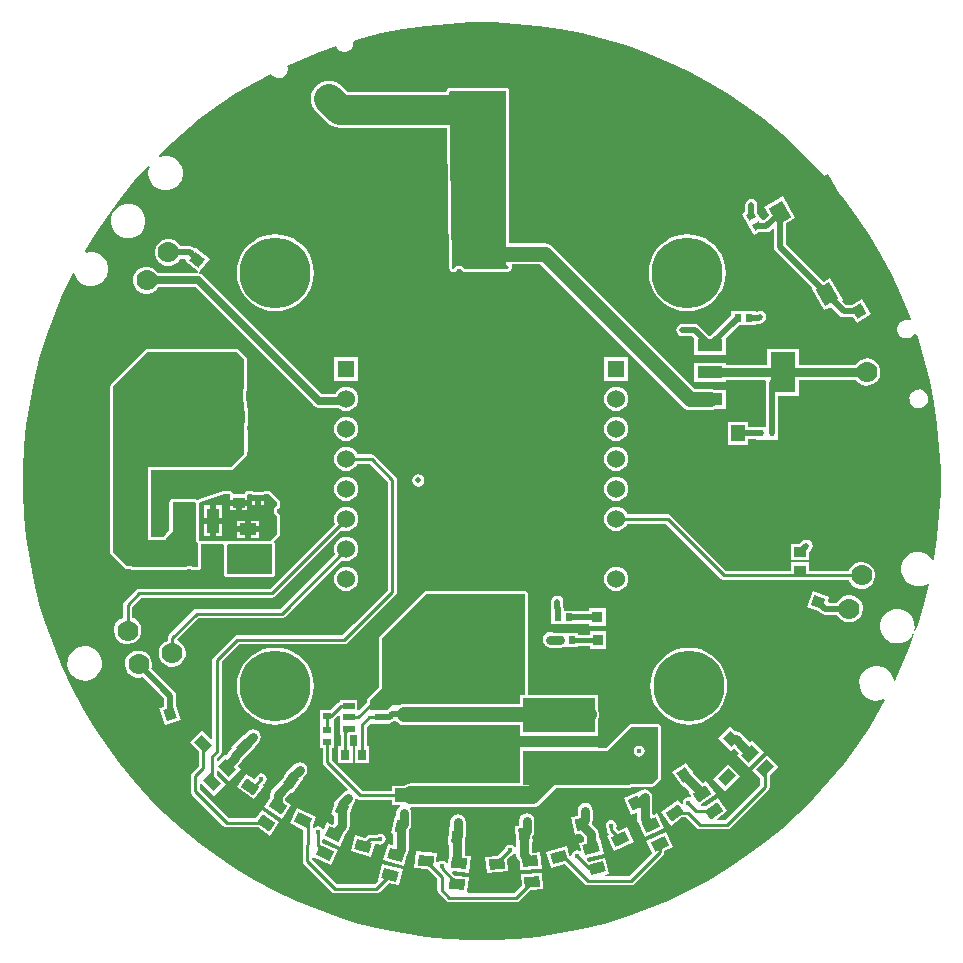
<source format=gtl>
G04*
G04 #@! TF.GenerationSoftware,Altium Limited,Altium Designer,18.1.9 (240)*
G04*
G04 Layer_Physical_Order=1*
G04 Layer_Color=255*
%FSLAX25Y25*%
%MOIN*%
G70*
G01*
G75*
%ADD13C,0.01000*%
G04:AMPARAMS|DCode=22|XSize=62.99mil|YSize=51.18mil|CornerRadius=0mil|HoleSize=0mil|Usage=FLASHONLY|Rotation=120.000|XOffset=0mil|YOffset=0mil|HoleType=Round|Shape=Rectangle|*
%AMROTATEDRECTD22*
4,1,4,0.03791,-0.01448,-0.00641,-0.04007,-0.03791,0.01448,0.00641,0.04007,0.03791,-0.01448,0.0*
%
%ADD22ROTATEDRECTD22*%

%ADD23R,0.03937X0.02362*%
%ADD24R,0.08465X0.04331*%
%ADD25R,0.08465X0.04331*%
%ADD26R,0.08465X0.13780*%
G04:AMPARAMS|DCode=27|XSize=51.18mil|YSize=35.43mil|CornerRadius=0mil|HoleSize=0mil|Usage=FLASHONLY|Rotation=45.000|XOffset=0mil|YOffset=0mil|HoleType=Round|Shape=Rectangle|*
%AMROTATEDRECTD27*
4,1,4,-0.00557,-0.03062,-0.03062,-0.00557,0.00557,0.03062,0.03062,0.00557,-0.00557,-0.03062,0.0*
%
%ADD27ROTATEDRECTD27*%

%ADD28R,0.05512X0.04134*%
%ADD29R,0.03937X0.03543*%
%ADD30R,0.02165X0.02559*%
%ADD31R,0.01772X0.02165*%
%ADD32R,0.24016X0.11614*%
%ADD33R,0.04331X0.08465*%
%ADD34R,0.04331X0.08465*%
%ADD35R,0.13780X0.08465*%
%ADD36R,0.04724X0.05512*%
%ADD37R,0.03347X0.03740*%
%ADD38R,0.10630X0.04528*%
%ADD39R,0.03740X0.05315*%
G04:AMPARAMS|DCode=40|XSize=39.37mil|YSize=35.43mil|CornerRadius=0mil|HoleSize=0mil|Usage=FLASHONLY|Rotation=142.000|XOffset=0mil|YOffset=0mil|HoleType=Round|Shape=Rectangle|*
%AMROTATEDRECTD40*
4,1,4,0.02642,0.00184,0.00461,-0.02608,-0.02642,-0.00184,-0.00461,0.02608,0.02642,0.00184,0.0*
%
%ADD40ROTATEDRECTD40*%

%ADD41R,0.02756X0.03543*%
%ADD42R,0.02441X0.02441*%
G04:AMPARAMS|DCode=43|XSize=25.59mil|YSize=21.65mil|CornerRadius=0mil|HoleSize=0mil|Usage=FLASHONLY|Rotation=210.000|XOffset=0mil|YOffset=0mil|HoleType=Round|Shape=Rectangle|*
%AMROTATEDRECTD43*
4,1,4,0.00567,0.01577,0.01649,-0.00298,-0.00567,-0.01577,-0.01649,0.00298,0.00567,0.01577,0.0*
%
%ADD43ROTATEDRECTD43*%

%ADD44R,0.02559X0.02165*%
%ADD45R,0.02441X0.02441*%
%ADD46R,0.03543X0.03937*%
G04:AMPARAMS|DCode=47|XSize=39.37mil|YSize=35.43mil|CornerRadius=0mil|HoleSize=0mil|Usage=FLASHONLY|Rotation=120.000|XOffset=0mil|YOffset=0mil|HoleType=Round|Shape=Rectangle|*
%AMROTATEDRECTD47*
4,1,4,0.02519,-0.00819,-0.00550,-0.02591,-0.02519,0.00819,0.00550,0.02591,0.02519,-0.00819,0.0*
%
%ADD47ROTATEDRECTD47*%

G04:AMPARAMS|DCode=48|XSize=39.37mil|YSize=35.43mil|CornerRadius=0mil|HoleSize=0mil|Usage=FLASHONLY|Rotation=225.000|XOffset=0mil|YOffset=0mil|HoleType=Round|Shape=Rectangle|*
%AMROTATEDRECTD48*
4,1,4,0.00139,0.02645,0.02645,0.00139,-0.00139,-0.02645,-0.02645,-0.00139,0.00139,0.02645,0.0*
%
%ADD48ROTATEDRECTD48*%

G04:AMPARAMS|DCode=49|XSize=39.37mil|YSize=35.43mil|CornerRadius=0mil|HoleSize=0mil|Usage=FLASHONLY|Rotation=235.000|XOffset=0mil|YOffset=0mil|HoleType=Round|Shape=Rectangle|*
%AMROTATEDRECTD49*
4,1,4,-0.00322,0.02629,0.02580,0.00596,0.00322,-0.02629,-0.02580,-0.00596,-0.00322,0.02629,0.0*
%
%ADD49ROTATEDRECTD49*%

G04:AMPARAMS|DCode=50|XSize=39.37mil|YSize=35.43mil|CornerRadius=0mil|HoleSize=0mil|Usage=FLASHONLY|Rotation=245.000|XOffset=0mil|YOffset=0mil|HoleType=Round|Shape=Rectangle|*
%AMROTATEDRECTD50*
4,1,4,-0.00774,0.02533,0.02438,0.01035,0.00774,-0.02533,-0.02438,-0.01035,-0.00774,0.02533,0.0*
%
%ADD50ROTATEDRECTD50*%

G04:AMPARAMS|DCode=51|XSize=39.37mil|YSize=35.43mil|CornerRadius=0mil|HoleSize=0mil|Usage=FLASHONLY|Rotation=255.000|XOffset=0mil|YOffset=0mil|HoleType=Round|Shape=Rectangle|*
%AMROTATEDRECTD51*
4,1,4,-0.01202,0.02360,0.02221,0.01443,0.01202,-0.02360,-0.02221,-0.01443,-0.01202,0.02360,0.0*
%
%ADD51ROTATEDRECTD51*%

G04:AMPARAMS|DCode=52|XSize=39.37mil|YSize=35.43mil|CornerRadius=0mil|HoleSize=0mil|Usage=FLASHONLY|Rotation=265.000|XOffset=0mil|YOffset=0mil|HoleType=Round|Shape=Rectangle|*
%AMROTATEDRECTD52*
4,1,4,-0.01593,0.02115,0.01936,0.01807,0.01593,-0.02115,-0.01936,-0.01807,-0.01593,0.02115,0.0*
%
%ADD52ROTATEDRECTD52*%

G04:AMPARAMS|DCode=53|XSize=39.37mil|YSize=35.43mil|CornerRadius=0mil|HoleSize=0mil|Usage=FLASHONLY|Rotation=275.000|XOffset=0mil|YOffset=0mil|HoleType=Round|Shape=Rectangle|*
%AMROTATEDRECTD53*
4,1,4,-0.01936,0.01807,0.01593,0.02115,0.01936,-0.01807,-0.01593,-0.02115,-0.01936,0.01807,0.0*
%
%ADD53ROTATEDRECTD53*%

G04:AMPARAMS|DCode=54|XSize=39.37mil|YSize=35.43mil|CornerRadius=0mil|HoleSize=0mil|Usage=FLASHONLY|Rotation=285.000|XOffset=0mil|YOffset=0mil|HoleType=Round|Shape=Rectangle|*
%AMROTATEDRECTD54*
4,1,4,-0.02221,0.01443,0.01202,0.02360,0.02221,-0.01443,-0.01202,-0.02360,-0.02221,0.01443,0.0*
%
%ADD54ROTATEDRECTD54*%

G04:AMPARAMS|DCode=55|XSize=39.37mil|YSize=35.43mil|CornerRadius=0mil|HoleSize=0mil|Usage=FLASHONLY|Rotation=295.000|XOffset=0mil|YOffset=0mil|HoleType=Round|Shape=Rectangle|*
%AMROTATEDRECTD55*
4,1,4,-0.02438,0.01035,0.00774,0.02533,0.02438,-0.01035,-0.00774,-0.02533,-0.02438,0.01035,0.0*
%
%ADD55ROTATEDRECTD55*%

G04:AMPARAMS|DCode=56|XSize=39.37mil|YSize=35.43mil|CornerRadius=0mil|HoleSize=0mil|Usage=FLASHONLY|Rotation=305.000|XOffset=0mil|YOffset=0mil|HoleType=Round|Shape=Rectangle|*
%AMROTATEDRECTD56*
4,1,4,-0.02580,0.00596,0.00322,0.02629,0.02580,-0.00596,-0.00322,-0.02629,-0.02580,0.00596,0.0*
%
%ADD56ROTATEDRECTD56*%

G04:AMPARAMS|DCode=57|XSize=39.37mil|YSize=35.43mil|CornerRadius=0mil|HoleSize=0mil|Usage=FLASHONLY|Rotation=315.000|XOffset=0mil|YOffset=0mil|HoleType=Round|Shape=Rectangle|*
%AMROTATEDRECTD57*
4,1,4,-0.02645,0.00139,-0.00139,0.02645,0.02645,-0.00139,0.00139,-0.02645,-0.02645,0.00139,0.0*
%
%ADD57ROTATEDRECTD57*%

G04:AMPARAMS|DCode=58|XSize=51.18mil|YSize=35.43mil|CornerRadius=0mil|HoleSize=0mil|Usage=FLASHONLY|Rotation=315.000|XOffset=0mil|YOffset=0mil|HoleType=Round|Shape=Rectangle|*
%AMROTATEDRECTD58*
4,1,4,-0.03062,0.00557,-0.00557,0.03062,0.03062,-0.00557,0.00557,-0.03062,-0.03062,0.00557,0.0*
%
%ADD58ROTATEDRECTD58*%

G04:AMPARAMS|DCode=59|XSize=51.18mil|YSize=35.43mil|CornerRadius=0mil|HoleSize=0mil|Usage=FLASHONLY|Rotation=325.000|XOffset=0mil|YOffset=0mil|HoleType=Round|Shape=Rectangle|*
%AMROTATEDRECTD59*
4,1,4,-0.03112,0.00017,-0.01080,0.02919,0.03112,-0.00017,0.01080,-0.02919,-0.03112,0.00017,0.0*
%
%ADD59ROTATEDRECTD59*%

G04:AMPARAMS|DCode=60|XSize=51.18mil|YSize=35.43mil|CornerRadius=0mil|HoleSize=0mil|Usage=FLASHONLY|Rotation=335.000|XOffset=0mil|YOffset=0mil|HoleType=Round|Shape=Rectangle|*
%AMROTATEDRECTD60*
4,1,4,-0.03068,-0.00524,-0.01571,0.02687,0.03068,0.00524,0.01571,-0.02687,-0.03068,-0.00524,0.0*
%
%ADD60ROTATEDRECTD60*%

G04:AMPARAMS|DCode=61|XSize=51.18mil|YSize=35.43mil|CornerRadius=0mil|HoleSize=0mil|Usage=FLASHONLY|Rotation=345.000|XOffset=0mil|YOffset=0mil|HoleType=Round|Shape=Rectangle|*
%AMROTATEDRECTD61*
4,1,4,-0.02930,-0.01049,-0.02013,0.02374,0.02930,0.01049,0.02013,-0.02374,-0.02930,-0.01049,0.0*
%
%ADD61ROTATEDRECTD61*%

G04:AMPARAMS|DCode=62|XSize=51.18mil|YSize=35.43mil|CornerRadius=0mil|HoleSize=0mil|Usage=FLASHONLY|Rotation=355.000|XOffset=0mil|YOffset=0mil|HoleType=Round|Shape=Rectangle|*
%AMROTATEDRECTD62*
4,1,4,-0.02704,-0.01542,-0.02395,0.01988,0.02704,0.01542,0.02395,-0.01988,-0.02704,-0.01542,0.0*
%
%ADD62ROTATEDRECTD62*%

G04:AMPARAMS|DCode=63|XSize=51.18mil|YSize=35.43mil|CornerRadius=0mil|HoleSize=0mil|Usage=FLASHONLY|Rotation=5.000|XOffset=0mil|YOffset=0mil|HoleType=Round|Shape=Rectangle|*
%AMROTATEDRECTD63*
4,1,4,-0.02395,-0.01988,-0.02704,0.01542,0.02395,0.01988,0.02704,-0.01542,-0.02395,-0.01988,0.0*
%
%ADD63ROTATEDRECTD63*%

G04:AMPARAMS|DCode=64|XSize=51.18mil|YSize=35.43mil|CornerRadius=0mil|HoleSize=0mil|Usage=FLASHONLY|Rotation=15.000|XOffset=0mil|YOffset=0mil|HoleType=Round|Shape=Rectangle|*
%AMROTATEDRECTD64*
4,1,4,-0.02013,-0.02374,-0.02930,0.01049,0.02013,0.02374,0.02930,-0.01049,-0.02013,-0.02374,0.0*
%
%ADD64ROTATEDRECTD64*%

G04:AMPARAMS|DCode=65|XSize=51.18mil|YSize=35.43mil|CornerRadius=0mil|HoleSize=0mil|Usage=FLASHONLY|Rotation=25.000|XOffset=0mil|YOffset=0mil|HoleType=Round|Shape=Rectangle|*
%AMROTATEDRECTD65*
4,1,4,-0.01571,-0.02687,-0.03068,0.00524,0.01571,0.02687,0.03068,-0.00524,-0.01571,-0.02687,0.0*
%
%ADD65ROTATEDRECTD65*%

G04:AMPARAMS|DCode=66|XSize=51.18mil|YSize=35.43mil|CornerRadius=0mil|HoleSize=0mil|Usage=FLASHONLY|Rotation=35.000|XOffset=0mil|YOffset=0mil|HoleType=Round|Shape=Rectangle|*
%AMROTATEDRECTD66*
4,1,4,-0.01080,-0.02919,-0.03112,-0.00017,0.01080,0.02919,0.03112,0.00017,-0.01080,-0.02919,0.0*
%
%ADD66ROTATEDRECTD66*%

G04:AMPARAMS|DCode=67|XSize=39.37mil|YSize=35.43mil|CornerRadius=0mil|HoleSize=0mil|Usage=FLASHONLY|Rotation=108.000|XOffset=0mil|YOffset=0mil|HoleType=Round|Shape=Rectangle|*
%AMROTATEDRECTD67*
4,1,4,0.02293,-0.01325,-0.01077,-0.02420,-0.02293,0.01325,0.01077,0.02420,0.02293,-0.01325,0.0*
%
%ADD67ROTATEDRECTD67*%

G04:AMPARAMS|DCode=68|XSize=39.37mil|YSize=35.43mil|CornerRadius=0mil|HoleSize=0mil|Usage=FLASHONLY|Rotation=340.000|XOffset=0mil|YOffset=0mil|HoleType=Round|Shape=Rectangle|*
%AMROTATEDRECTD68*
4,1,4,-0.02456,-0.00991,-0.01244,0.02338,0.02456,0.00991,0.01244,-0.02338,-0.02456,-0.00991,0.0*
%
%ADD68ROTATEDRECTD68*%

%ADD124C,0.03000*%
%ADD125C,0.02000*%
%ADD126C,0.02500*%
%ADD127C,0.05000*%
%ADD128C,0.01500*%
%ADD129C,0.06000*%
%ADD130C,0.10000*%
%ADD131C,0.06000*%
%ADD132R,0.05810X0.05810*%
%ADD133C,0.07000*%
%ADD134C,0.10000*%
%ADD135C,0.23622*%
%ADD136C,0.02000*%
%ADD137C,0.01600*%
G36*
X157255Y297073D02*
X164727Y296337D01*
X172155Y295235D01*
X179520Y293770D01*
X186804Y291946D01*
X193989Y289766D01*
X201060Y287236D01*
X207997Y284363D01*
X214785Y281152D01*
X221407Y277612D01*
X227848Y273752D01*
X234092Y269580D01*
X240123Y265107D01*
X245927Y260344D01*
X251491Y255301D01*
X256801Y249991D01*
X261843Y244427D01*
X266607Y238623D01*
X271080Y232592D01*
X275252Y226348D01*
X279113Y219907D01*
X282652Y213285D01*
X285863Y206497D01*
X288736Y199559D01*
X289123Y198478D01*
X288718Y198125D01*
X288635Y198169D01*
X287838Y198346D01*
X287022Y198310D01*
X286244Y198065D01*
X285555Y197626D01*
X285004Y197024D01*
X284627Y196300D01*
X284450Y195503D01*
X284486Y194688D01*
X284732Y193909D01*
X285170Y193221D01*
X285772Y192669D01*
X286496Y192293D01*
X287293Y192116D01*
X288108Y192151D01*
X288887Y192397D01*
X289575Y192835D01*
X290127Y193437D01*
X290286Y193744D01*
X290830Y193707D01*
X291266Y192489D01*
X293446Y185304D01*
X295270Y178020D01*
X296735Y170655D01*
X297837Y163227D01*
X298573Y155754D01*
X298941Y148255D01*
Y144500D01*
Y140745D01*
X298573Y133246D01*
X297837Y125773D01*
X296760Y118514D01*
X296249Y118387D01*
X295905Y118926D01*
X294794Y119944D01*
X293457Y120640D01*
X291985Y120967D01*
X290479Y120901D01*
X289041Y120448D01*
X287770Y119638D01*
X286752Y118526D01*
X286056Y117189D01*
X285730Y115717D01*
X285795Y114211D01*
X286248Y112774D01*
X287058Y111503D01*
X288170Y110484D01*
X289507Y109788D01*
X290979Y109462D01*
X292485Y109528D01*
X293922Y109981D01*
X294615Y110422D01*
X295052Y110108D01*
X293446Y103696D01*
X291266Y96511D01*
X290569Y94562D01*
X290087Y94701D01*
X290300Y95658D01*
X290234Y97164D01*
X289781Y98602D01*
X288971Y99873D01*
X287859Y100891D01*
X286522Y101588D01*
X285051Y101914D01*
X283544Y101848D01*
X282107Y101395D01*
X280836Y100585D01*
X279817Y99474D01*
X279121Y98136D01*
X278795Y96665D01*
X278861Y95159D01*
X279314Y93721D01*
X280124Y92450D01*
X281235Y91431D01*
X282572Y90735D01*
X284044Y90409D01*
X285550Y90475D01*
X286988Y90928D01*
X288259Y91738D01*
X289277Y92849D01*
X289750Y93757D01*
X290209Y93556D01*
X288736Y89441D01*
X285863Y82503D01*
X283758Y78053D01*
X283273Y78196D01*
X282846Y79549D01*
X282036Y80820D01*
X280925Y81839D01*
X279588Y82535D01*
X278116Y82861D01*
X276610Y82795D01*
X275172Y82342D01*
X273901Y81532D01*
X272883Y80421D01*
X272186Y79084D01*
X271860Y77612D01*
X271926Y76106D01*
X272379Y74668D01*
X273189Y73397D01*
X274301Y72378D01*
X275638Y71682D01*
X277109Y71356D01*
X278615Y71422D01*
X280029Y71868D01*
X280118Y71815D01*
X280419Y71536D01*
X279113Y69093D01*
X275252Y62652D01*
X271080Y56408D01*
X266607Y50377D01*
X261843Y44573D01*
X256801Y39009D01*
X251491Y33699D01*
X245927Y28657D01*
X240123Y23893D01*
X234092Y19420D01*
X227848Y15248D01*
X221407Y11387D01*
X214785Y7848D01*
X207997Y4637D01*
X201060Y1764D01*
X193989Y-766D01*
X186804Y-2946D01*
X179520Y-4770D01*
X172155Y-6235D01*
X164727Y-7337D01*
X157255Y-8073D01*
X149755Y-8442D01*
X142245D01*
X134746Y-8073D01*
X127273Y-7337D01*
X119845Y-6235D01*
X112480Y-4770D01*
X105196Y-2946D01*
X98011Y-766D01*
X90940Y1764D01*
X84003Y4637D01*
X77215Y7848D01*
X70593Y11387D01*
X64152Y15248D01*
X57908Y19420D01*
X51877Y23893D01*
X46073Y28657D01*
X40509Y33699D01*
X35199Y39009D01*
X30156Y44573D01*
X25393Y50377D01*
X20920Y56408D01*
X16748Y62652D01*
X12888Y69093D01*
X9348Y75715D01*
X6137Y82503D01*
X3264Y89441D01*
X734Y96511D01*
X-1446Y103696D01*
X-3270Y110980D01*
X-4735Y118345D01*
X-5837Y125773D01*
X-6573Y133246D01*
X-6942Y140745D01*
Y144500D01*
Y148255D01*
X-6573Y155754D01*
X-5837Y163227D01*
X-4735Y170655D01*
X-3270Y178020D01*
X-1446Y185304D01*
X734Y192489D01*
X3264Y199559D01*
X6137Y206497D01*
X9348Y213285D01*
X9630Y213813D01*
X10127Y213754D01*
X10296Y213098D01*
X11039Y211786D01*
X12095Y210711D01*
X13394Y209946D01*
X14846Y209543D01*
X16354Y209530D01*
X17813Y209908D01*
X19125Y210650D01*
X20200Y211706D01*
X20966Y213005D01*
X21368Y214458D01*
X21382Y215965D01*
X21004Y217425D01*
X20262Y218737D01*
X19205Y219812D01*
X17906Y220577D01*
X16454Y220980D01*
X14946Y220993D01*
X13970Y220740D01*
X13646Y221173D01*
X16748Y226348D01*
X20920Y232592D01*
X25393Y238623D01*
X30156Y244427D01*
X34805Y249556D01*
X35255Y249308D01*
X34898Y248020D01*
X34885Y246513D01*
X35262Y245053D01*
X36004Y243741D01*
X37061Y242666D01*
X38360Y241901D01*
X39812Y241498D01*
X41320Y241485D01*
X42779Y241862D01*
X44091Y242605D01*
X45166Y243661D01*
X45931Y244960D01*
X46334Y246413D01*
X46347Y247920D01*
X45970Y249379D01*
X45228Y250691D01*
X44171Y251766D01*
X42872Y252532D01*
X41420Y252934D01*
X39912Y252948D01*
X38497Y252581D01*
X38456Y252607D01*
X38322Y253114D01*
X40509Y255301D01*
X46073Y260344D01*
X51877Y265107D01*
X57908Y269580D01*
X64152Y273752D01*
X70593Y277612D01*
X75616Y280297D01*
X75741Y280075D01*
X76314Y279493D01*
X77017Y279079D01*
X77803Y278861D01*
X78620Y278854D01*
X79410Y279058D01*
X80120Y279460D01*
X80702Y280032D01*
X81117Y280735D01*
X81335Y281522D01*
X81342Y282338D01*
X81165Y283021D01*
X84003Y284363D01*
X90940Y287236D01*
X97309Y289515D01*
X97643Y288924D01*
X98215Y288342D01*
X98919Y287928D01*
X99705Y287710D01*
X100522Y287703D01*
X101312Y287907D01*
X102022Y288309D01*
X102604Y288881D01*
X103019Y289584D01*
X103237Y290371D01*
X103244Y291187D01*
X103204Y291341D01*
X105196Y291946D01*
X112480Y293770D01*
X119845Y295235D01*
X127273Y296337D01*
X134746Y297073D01*
X142245Y297442D01*
X149755D01*
X157255Y297073D01*
D02*
G37*
%LPC*%
G36*
X246389Y239448D02*
X240224Y235889D01*
X241721Y233298D01*
X240056Y231634D01*
X239250D01*
X237866Y234031D01*
Y236614D01*
X237866Y236614D01*
X237711Y237394D01*
X237269Y238056D01*
X236607Y238498D01*
X235827Y238653D01*
X235046Y238498D01*
X234385Y238056D01*
X233943Y237394D01*
X233788Y236614D01*
Y234231D01*
X232811Y233668D01*
X234894Y230061D01*
X236862Y226651D01*
X238429Y227555D01*
X240901D01*
X241681Y227711D01*
X242343Y228152D01*
X242880Y228690D01*
X243342Y228499D01*
Y222547D01*
X243497Y221766D01*
X243939Y221105D01*
X256026Y209018D01*
X255972Y208613D01*
X255972Y208613D01*
X260122Y201425D01*
X262339Y202705D01*
X265204Y199840D01*
X265866Y199398D01*
X266646Y199243D01*
X269822D01*
X270929Y197325D01*
X275729Y200097D01*
X272761Y205239D01*
X269440Y203321D01*
X267491D01*
X266233Y204579D01*
X266286Y204984D01*
X266286Y204984D01*
X262137Y212172D01*
X259920Y210892D01*
X247421Y223391D01*
Y230461D01*
X250538Y232261D01*
X246389Y239448D01*
D02*
G37*
G36*
X27429Y236970D02*
X25970Y236593D01*
X24658Y235851D01*
X23583Y234794D01*
X22818Y233495D01*
X22415Y232043D01*
X22402Y230535D01*
X22779Y229076D01*
X23521Y227764D01*
X24578Y226689D01*
X25877Y225923D01*
X27329Y225521D01*
X28837Y225507D01*
X30296Y225885D01*
X31608Y226627D01*
X32683Y227684D01*
X33448Y228983D01*
X33851Y230435D01*
X33864Y231943D01*
X33487Y233402D01*
X32745Y234714D01*
X31688Y235789D01*
X30389Y236554D01*
X28937Y236957D01*
X27429Y236970D01*
D02*
G37*
G36*
X40982Y225273D02*
X39835Y224976D01*
X38804Y224393D01*
X37959Y223562D01*
X37357Y222541D01*
X37041Y221399D01*
X37030Y220215D01*
X37327Y219067D01*
X37911Y218036D01*
X38741Y217191D01*
X39762Y216590D01*
X40904Y216273D01*
X42089Y216263D01*
X43236Y216559D01*
X44267Y217143D01*
X45112Y217973D01*
X45557Y218728D01*
X47232D01*
X47476Y218229D01*
X47165Y217831D01*
X51447Y214486D01*
X51464Y214469D01*
X51465Y213837D01*
X51371Y213755D01*
X38136D01*
X37889Y214192D01*
X37058Y215037D01*
X36037Y215638D01*
X34896Y215955D01*
X33711Y215966D01*
X32563Y215669D01*
X31532Y215085D01*
X30687Y214255D01*
X30086Y213234D01*
X29769Y212092D01*
X29759Y210907D01*
X30055Y209760D01*
X30639Y208729D01*
X31469Y207884D01*
X32490Y207282D01*
X33632Y206966D01*
X34817Y206956D01*
X35964Y207252D01*
X36995Y207836D01*
X37841Y208666D01*
X38135Y209166D01*
X50581D01*
X90110Y169638D01*
X90854Y169140D01*
X91732Y168966D01*
X98078D01*
X98770Y168435D01*
X99743Y168032D01*
X100787Y167894D01*
X101831Y168032D01*
X102805Y168435D01*
X103640Y169076D01*
X104281Y169911D01*
X104684Y170884D01*
X104822Y171929D01*
X104684Y172973D01*
X104281Y173946D01*
X103640Y174781D01*
X102805Y175423D01*
X101831Y175826D01*
X100787Y175963D01*
X99743Y175826D01*
X98770Y175423D01*
X97935Y174781D01*
X97293Y173946D01*
X97131Y173554D01*
X92682D01*
X53154Y213083D01*
X52409Y213580D01*
X51906Y213680D01*
X51861Y214199D01*
X52132Y214546D01*
X52132Y214546D01*
X52136Y214551D01*
X55256Y218544D01*
X50578Y222199D01*
X50578D01*
X50111Y222170D01*
X50072Y222210D01*
X49411Y222652D01*
X48630Y222807D01*
X45552D01*
X45160Y223499D01*
X44330Y224344D01*
X43309Y224946D01*
X42167Y225262D01*
X40982Y225273D01*
D02*
G37*
G36*
X214500Y226851D02*
X212490Y226692D01*
X210529Y226222D01*
X208666Y225450D01*
X206947Y224396D01*
X205413Y223087D01*
X204104Y221553D01*
X203050Y219834D01*
X202278Y217971D01*
X201808Y216010D01*
X201649Y214000D01*
X201808Y211990D01*
X202278Y210029D01*
X203050Y208166D01*
X204104Y206447D01*
X205413Y204913D01*
X206947Y203604D01*
X208666Y202550D01*
X210529Y201778D01*
X212490Y201308D01*
X214500Y201149D01*
X216510Y201308D01*
X218471Y201778D01*
X220334Y202550D01*
X222053Y203604D01*
X223587Y204913D01*
X224896Y206447D01*
X225950Y208166D01*
X226722Y210029D01*
X227192Y211990D01*
X227351Y214000D01*
X227192Y216010D01*
X226722Y217971D01*
X225950Y219834D01*
X224896Y221553D01*
X223587Y223087D01*
X222053Y224396D01*
X220334Y225450D01*
X218471Y226222D01*
X216510Y226692D01*
X214500Y226851D01*
D02*
G37*
G36*
X77205D02*
X75194Y226692D01*
X73234Y226222D01*
X71371Y225450D01*
X69651Y224396D01*
X68118Y223087D01*
X66808Y221553D01*
X65755Y219834D01*
X64983Y217971D01*
X64512Y216010D01*
X64354Y214000D01*
X64512Y211990D01*
X64983Y210029D01*
X65755Y208166D01*
X66808Y206447D01*
X68118Y204913D01*
X69651Y203604D01*
X71371Y202550D01*
X73234Y201778D01*
X75194Y201308D01*
X77205Y201149D01*
X79215Y201308D01*
X81176Y201778D01*
X83039Y202550D01*
X84758Y203604D01*
X86291Y204913D01*
X87601Y206447D01*
X88655Y208166D01*
X89426Y210029D01*
X89897Y211990D01*
X90055Y214000D01*
X89897Y216010D01*
X89426Y217971D01*
X88655Y219834D01*
X87601Y221553D01*
X86291Y223087D01*
X84758Y224396D01*
X83039Y225450D01*
X81176Y226222D01*
X79215Y226692D01*
X77205Y226851D01*
D02*
G37*
G36*
X238779Y201350D02*
X237999Y201195D01*
X237819Y201075D01*
X237319Y201182D01*
Y201295D01*
X229217D01*
Y199817D01*
X222427Y193027D01*
X221766D01*
X218470Y196324D01*
X217808Y196766D01*
X217028Y196921D01*
X212894D01*
X212113Y196766D01*
X211452Y196324D01*
X211010Y195662D01*
X210855Y194882D01*
X211010Y194102D01*
X211452Y193440D01*
X212113Y192998D01*
X212894Y192843D01*
X216183D01*
X216815Y192211D01*
Y186697D01*
X227279D01*
Y192112D01*
X231904Y196736D01*
X237319D01*
Y196977D01*
X238484D01*
X239265Y197132D01*
X239926Y197574D01*
X240221Y197869D01*
X240222Y197869D01*
X240664Y198531D01*
X240819Y199311D01*
X240664Y200091D01*
X240222Y200753D01*
X239560Y201195D01*
X238779Y201350D01*
D02*
G37*
G36*
X251689Y188697D02*
X241224D01*
Y183356D01*
X227280D01*
Y183973D01*
X216815D01*
Y177642D01*
X227280D01*
Y178258D01*
X240561D01*
X240837Y177758D01*
X240705Y177094D01*
Y162539D01*
X237315D01*
Y162496D01*
X234681D01*
Y164213D01*
X227957D01*
Y156701D01*
X234681D01*
Y158417D01*
X237315D01*
Y158374D01*
X244630D01*
Y159686D01*
X244783Y160457D01*
Y172917D01*
X251689D01*
Y178258D01*
X270692D01*
X270864Y177988D01*
X271738Y177188D01*
X272789Y176641D01*
X273945Y176384D01*
X275129Y176436D01*
X276259Y176792D01*
X277258Y177429D01*
X278059Y178302D01*
X278606Y179353D01*
X278862Y180510D01*
X278811Y181694D01*
X278454Y182824D01*
X277818Y183823D01*
X276944Y184624D01*
X275893Y185171D01*
X274736Y185427D01*
X273553Y185376D01*
X272423Y185019D01*
X271423Y184383D01*
X270623Y183509D01*
X270543Y183356D01*
X251689D01*
Y188697D01*
D02*
G37*
G36*
X194692Y185833D02*
X186883D01*
Y178024D01*
X194692D01*
Y185833D01*
D02*
G37*
G36*
X104692D02*
X96883D01*
Y178024D01*
X104692D01*
Y185833D01*
D02*
G37*
G36*
X291940Y175083D02*
X291124Y175047D01*
X290346Y174801D01*
X289657Y174363D01*
X289106Y173761D01*
X288729Y173037D01*
X288552Y172240D01*
X288588Y171425D01*
X288833Y170646D01*
X289272Y169958D01*
X289874Y169406D01*
X290598Y169029D01*
X291395Y168853D01*
X292210Y168888D01*
X292989Y169134D01*
X293677Y169572D01*
X294229Y170174D01*
X294605Y170898D01*
X294782Y171695D01*
X294746Y172511D01*
X294501Y173289D01*
X294062Y173977D01*
X293461Y174529D01*
X292737Y174906D01*
X291940Y175083D01*
D02*
G37*
G36*
X95000Y278029D02*
X93824Y277913D01*
X92693Y277570D01*
X91650Y277013D01*
X90737Y276263D01*
X89987Y275349D01*
X89430Y274307D01*
X89087Y273176D01*
X88971Y272000D01*
X89087Y270824D01*
X89430Y269693D01*
X89987Y268651D01*
X90737Y267737D01*
X94359Y264115D01*
X95272Y263365D01*
X96315Y262808D01*
X97446Y262465D01*
X98622Y262349D01*
X134368D01*
X135204Y215336D01*
X135244Y215150D01*
X135282Y214964D01*
X135287Y214956D01*
X135289Y214947D01*
X135397Y214791D01*
X135503Y214633D01*
X135510Y214628D01*
X135515Y214621D01*
X135675Y214518D01*
X135833Y214412D01*
X135842Y214410D01*
X135850Y214405D01*
X136037Y214372D01*
X136223Y214335D01*
X136906D01*
X137004Y214354D01*
X137105D01*
X137198Y214393D01*
X137296Y214412D01*
X137380Y214468D01*
X137472Y214507D01*
X137543Y214578D01*
X137627Y214633D01*
X137683Y214717D01*
X137754Y214788D01*
X137937Y215063D01*
X138196Y215235D01*
X138500Y215296D01*
X138804Y215235D01*
X139063Y215063D01*
X139246Y214788D01*
X139317Y214717D01*
X139373Y214633D01*
X139456Y214578D01*
X139527Y214507D01*
X139620Y214468D01*
X139704Y214412D01*
X139802Y214393D01*
X139895Y214354D01*
X139996D01*
X140094Y214335D01*
X154791Y214335D01*
X155182Y214412D01*
X155512Y214633D01*
X155733Y214964D01*
X155940Y215464D01*
X156018Y215854D01*
X155940Y216245D01*
X155940Y216245D01*
X156207Y216745D01*
X165565D01*
X213055Y169256D01*
X213786Y168695D01*
X214637Y168342D01*
X215551Y168222D01*
X215551Y168222D01*
X222047D01*
X222961Y168342D01*
X223551Y168587D01*
X227279D01*
Y174917D01*
X223551D01*
X222961Y175162D01*
X222047Y175282D01*
X217014D01*
X169524Y222772D01*
X168793Y223333D01*
X167941Y223686D01*
X167028Y223806D01*
X155153D01*
X155153Y274705D01*
X155076Y275095D01*
X154855Y275426D01*
X154524Y275647D01*
X154134Y275724D01*
X135524Y275724D01*
X135520Y275723D01*
X135515Y275724D01*
X135325Y275685D01*
X135134Y275647D01*
X135130Y275644D01*
X135126Y275643D01*
X134965Y275534D01*
X134803Y275426D01*
X134801Y275422D01*
X134797Y275419D01*
X134447Y275063D01*
X134444Y275059D01*
X134440Y275056D01*
X134335Y274892D01*
X134229Y274730D01*
X134228Y274725D01*
X134225Y274721D01*
X134191Y274530D01*
X134167Y274407D01*
X101119D01*
X99263Y276263D01*
X98349Y277013D01*
X97307Y277570D01*
X96176Y277913D01*
X95000Y278029D01*
D02*
G37*
G36*
X190787Y175963D02*
X189743Y175826D01*
X188770Y175423D01*
X187935Y174781D01*
X187293Y173946D01*
X186890Y172973D01*
X186753Y171929D01*
X186890Y170884D01*
X187293Y169911D01*
X187935Y169076D01*
X188770Y168435D01*
X189743Y168032D01*
X190787Y167894D01*
X191832Y168032D01*
X192805Y168435D01*
X193640Y169076D01*
X194281Y169911D01*
X194684Y170884D01*
X194822Y171929D01*
X194684Y172973D01*
X194281Y173946D01*
X193640Y174781D01*
X192805Y175423D01*
X191832Y175826D01*
X190787Y175963D01*
D02*
G37*
G36*
Y165963D02*
X189743Y165826D01*
X188770Y165423D01*
X187935Y164781D01*
X187293Y163946D01*
X186890Y162973D01*
X186753Y161929D01*
X186890Y160884D01*
X187293Y159911D01*
X187935Y159076D01*
X188770Y158435D01*
X189743Y158031D01*
X190787Y157894D01*
X191832Y158031D01*
X192805Y158435D01*
X193640Y159076D01*
X194281Y159911D01*
X194684Y160884D01*
X194822Y161929D01*
X194684Y162973D01*
X194281Y163946D01*
X193640Y164781D01*
X192805Y165423D01*
X191832Y165826D01*
X190787Y165963D01*
D02*
G37*
G36*
X100787D02*
X99743Y165826D01*
X98770Y165423D01*
X97935Y164781D01*
X97293Y163946D01*
X96890Y162973D01*
X96753Y161929D01*
X96890Y160884D01*
X97293Y159911D01*
X97935Y159076D01*
X98770Y158435D01*
X99743Y158031D01*
X100787Y157894D01*
X101831Y158031D01*
X102805Y158435D01*
X103640Y159076D01*
X104281Y159911D01*
X104684Y160884D01*
X104822Y161929D01*
X104684Y162973D01*
X104281Y163946D01*
X103640Y164781D01*
X102805Y165423D01*
X101831Y165826D01*
X100787Y165963D01*
D02*
G37*
G36*
X190787Y155963D02*
X189743Y155826D01*
X188770Y155423D01*
X187935Y154781D01*
X187293Y153946D01*
X186890Y152973D01*
X186753Y151929D01*
X186890Y150884D01*
X187293Y149911D01*
X187935Y149076D01*
X188770Y148435D01*
X189743Y148031D01*
X190787Y147894D01*
X191832Y148031D01*
X192805Y148435D01*
X193640Y149076D01*
X194281Y149911D01*
X194684Y150884D01*
X194822Y151929D01*
X194684Y152973D01*
X194281Y153946D01*
X193640Y154781D01*
X192805Y155423D01*
X191832Y155826D01*
X190787Y155963D01*
D02*
G37*
G36*
X124802Y146809D02*
X124022Y146654D01*
X123360Y146212D01*
X122918Y145550D01*
X122763Y144770D01*
X122918Y143989D01*
X123360Y143328D01*
X124022Y142886D01*
X124802Y142730D01*
X125582Y142886D01*
X126244Y143328D01*
X126686Y143989D01*
X126841Y144770D01*
X126686Y145550D01*
X126244Y146212D01*
X125582Y146654D01*
X124802Y146809D01*
D02*
G37*
G36*
X190787Y145963D02*
X189743Y145826D01*
X188770Y145423D01*
X187935Y144781D01*
X187293Y143946D01*
X186890Y142973D01*
X186753Y141929D01*
X186890Y140884D01*
X187293Y139911D01*
X187935Y139076D01*
X188770Y138435D01*
X189743Y138031D01*
X190787Y137894D01*
X191832Y138031D01*
X192805Y138435D01*
X193640Y139076D01*
X194281Y139911D01*
X194684Y140884D01*
X194822Y141929D01*
X194684Y142973D01*
X194281Y143946D01*
X193640Y144781D01*
X192805Y145423D01*
X191832Y145826D01*
X190787Y145963D01*
D02*
G37*
G36*
X100787D02*
X99743Y145826D01*
X98770Y145423D01*
X97935Y144781D01*
X97293Y143946D01*
X96890Y142973D01*
X96753Y141929D01*
X96890Y140884D01*
X97293Y139911D01*
X97935Y139076D01*
X98770Y138435D01*
X99743Y138031D01*
X100787Y137894D01*
X101831Y138031D01*
X102805Y138435D01*
X103640Y139076D01*
X104281Y139911D01*
X104684Y140884D01*
X104822Y141929D01*
X104684Y142973D01*
X104281Y143946D01*
X103640Y144781D01*
X102805Y145423D01*
X101831Y145826D01*
X100787Y145963D01*
D02*
G37*
G36*
Y135963D02*
X99743Y135826D01*
X98770Y135423D01*
X97935Y134781D01*
X97293Y133946D01*
X96890Y132973D01*
X96753Y131929D01*
X96890Y130884D01*
X97092Y130396D01*
X75410Y108714D01*
X31791D01*
X31206Y108598D01*
X30710Y108266D01*
X26852Y104408D01*
X26520Y103912D01*
X26404Y103327D01*
Y98987D01*
X25461Y98537D01*
X24560Y97768D01*
X23889Y96791D01*
X23494Y95674D01*
X23401Y94493D01*
X23617Y93328D01*
X24127Y92258D01*
X24896Y91357D01*
X25873Y90686D01*
X26989Y90291D01*
X28171Y90198D01*
X29336Y90414D01*
X30405Y90924D01*
X31306Y91693D01*
X31977Y92670D01*
X32373Y93787D01*
X32466Y94968D01*
X32250Y96133D01*
X31740Y97202D01*
X30970Y98103D01*
X29994Y98775D01*
X29463Y98963D01*
Y102693D01*
X32425Y105656D01*
X76044D01*
X76629Y105772D01*
X77125Y106104D01*
X99255Y128234D01*
X99743Y128032D01*
X100787Y127894D01*
X101831Y128032D01*
X102805Y128435D01*
X103640Y129076D01*
X104281Y129911D01*
X104684Y130884D01*
X104822Y131929D01*
X104684Y132973D01*
X104281Y133946D01*
X103640Y134781D01*
X102805Y135423D01*
X101831Y135826D01*
X100787Y135963D01*
D02*
G37*
G36*
X254232Y125071D02*
X253452Y124916D01*
X252790Y124473D01*
X252053Y123736D01*
X249197D01*
Y118193D01*
X255134D01*
Y121049D01*
X255674Y121590D01*
X256116Y122251D01*
X256272Y123031D01*
X256116Y123812D01*
X255674Y124473D01*
X255013Y124916D01*
X254232Y125071D01*
D02*
G37*
G36*
X100787Y125963D02*
X99743Y125826D01*
X98770Y125423D01*
X97935Y124781D01*
X97293Y123946D01*
X96890Y122973D01*
X96753Y121929D01*
X96890Y120884D01*
X97092Y120396D01*
X78619Y101923D01*
X50958D01*
X50373Y101807D01*
X49877Y101475D01*
X41734Y93333D01*
X41403Y92837D01*
X41287Y92252D01*
Y91404D01*
X40344Y90954D01*
X39443Y90184D01*
X38772Y89208D01*
X38376Y88091D01*
X38283Y86910D01*
X38499Y85745D01*
X39009Y84675D01*
X39779Y83774D01*
X40755Y83103D01*
X41872Y82708D01*
X43053Y82615D01*
X44219Y82831D01*
X45288Y83341D01*
X46189Y84110D01*
X46860Y85087D01*
X47256Y86204D01*
X47349Y87385D01*
X47133Y88550D01*
X46623Y89619D01*
X45853Y90520D01*
X44877Y91191D01*
X44686Y91259D01*
X44561Y91834D01*
X51591Y98864D01*
X79252D01*
X79838Y98981D01*
X80334Y99312D01*
X99255Y118234D01*
X99743Y118032D01*
X100787Y117894D01*
X101831Y118032D01*
X102805Y118435D01*
X103640Y119076D01*
X104281Y119911D01*
X104684Y120884D01*
X104822Y121929D01*
X104684Y122973D01*
X104281Y123946D01*
X103640Y124781D01*
X102805Y125423D01*
X101831Y125826D01*
X100787Y125963D01*
D02*
G37*
G36*
X64500Y188520D02*
X34628D01*
X34238Y188442D01*
X33907Y188221D01*
X22507Y176821D01*
X22286Y176490D01*
X22209Y176100D01*
X22209Y120669D01*
X22286Y120279D01*
X22507Y119948D01*
X27019Y115436D01*
X27103Y115381D01*
X27174Y115310D01*
X27267Y115271D01*
X27350Y115215D01*
X27449Y115196D01*
X27541Y115157D01*
X27642Y115157D01*
X27740Y115138D01*
X27839Y115157D01*
X27939Y115157D01*
X28032Y115196D01*
X28130Y115215D01*
X28145Y115225D01*
X28500Y115296D01*
X28804Y115235D01*
X29158Y114999D01*
X29251Y114960D01*
X29335Y114904D01*
X29433Y114885D01*
X29526Y114847D01*
X29626D01*
X29725Y114827D01*
X47275D01*
X47374Y114847D01*
X47474D01*
X47567Y114885D01*
X47665Y114904D01*
X47749Y114960D01*
X47842Y114999D01*
X48195Y115235D01*
X48500Y115296D01*
X48805Y115235D01*
X49158Y114999D01*
X49251Y114960D01*
X49335Y114904D01*
X49433Y114885D01*
X49526Y114847D01*
X49626D01*
X49725Y114827D01*
X51378D01*
X51768Y114904D01*
X52099Y115126D01*
X52320Y115456D01*
X52398Y115847D01*
Y123580D01*
X59813D01*
X60102Y123228D01*
Y113681D01*
X60180Y113291D01*
X60401Y112960D01*
X60732Y112739D01*
X61122Y112662D01*
X76106Y112662D01*
X76496Y112739D01*
X76827Y112960D01*
X77048Y113291D01*
X77126Y113681D01*
Y123335D01*
X77113Y123398D01*
X77118Y123462D01*
X77075Y123591D01*
X77048Y123725D01*
X77013Y123778D01*
X76992Y123839D01*
X76903Y123942D01*
X76827Y124056D01*
X76767Y124338D01*
X76827Y124685D01*
X78421Y126279D01*
X78642Y126610D01*
X78720Y127000D01*
Y132870D01*
X78700Y132968D01*
Y133069D01*
X78662Y133161D01*
X78642Y133260D01*
X78586Y133343D01*
X78548Y133436D01*
X78477Y133507D01*
X78421Y133591D01*
X78338Y133647D01*
X78267Y133718D01*
X77937Y133937D01*
X77765Y134195D01*
X77704Y134500D01*
X77765Y134804D01*
X77937Y135063D01*
X78267Y135283D01*
X78338Y135354D01*
X78421Y135409D01*
X78477Y135493D01*
X78548Y135564D01*
X78586Y135657D01*
X78642Y135740D01*
X78662Y135839D01*
X78700Y135931D01*
Y136032D01*
X78720Y136130D01*
Y137547D01*
X78642Y137937D01*
X78421Y138268D01*
X75668Y141021D01*
X75337Y141242D01*
X74947Y141320D01*
X73721D01*
X73330Y141242D01*
X73000Y141021D01*
X72970Y140977D01*
X70030D01*
X70000Y141021D01*
X69670Y141242D01*
X69279Y141320D01*
X68020D01*
X67911Y141298D01*
X67800Y141295D01*
X67718Y141259D01*
X67630Y141242D01*
X67538Y141180D01*
X67436Y141135D01*
X67374Y141071D01*
X67299Y141021D01*
X67238Y140928D01*
X67160Y140848D01*
X66909Y140452D01*
X66876Y140369D01*
X66827Y140295D01*
X66805Y140185D01*
X66773Y140104D01*
X63227D01*
X63195Y140185D01*
X63173Y140295D01*
X63124Y140369D01*
X63091Y140452D01*
X62840Y140848D01*
X62762Y140928D01*
X62700Y141021D01*
X62626Y141071D01*
X62564Y141135D01*
X62462Y141180D01*
X62370Y141242D01*
X62282Y141259D01*
X62200Y141295D01*
X62089Y141298D01*
X61980Y141320D01*
X60500D01*
X60341Y141288D01*
X60180Y141268D01*
X51641Y138450D01*
X51537Y138392D01*
X51425Y138350D01*
X51366Y138295D01*
X51294Y138254D01*
X51016Y138319D01*
X50685Y138540D01*
X50295Y138618D01*
X42913D01*
X42523Y138540D01*
X42192Y138319D01*
X41971Y137989D01*
X41894Y137598D01*
Y128080D01*
X40689Y126875D01*
X40686Y126870D01*
X40680Y126866D01*
X40027Y126213D01*
X39806Y125882D01*
X39785Y125777D01*
X35620D01*
Y148180D01*
X62359D01*
X62750Y148258D01*
X63080Y148479D01*
X67421Y152820D01*
X67642Y153150D01*
X67720Y153541D01*
Y154125D01*
X67921D01*
Y161440D01*
X67720D01*
Y162914D01*
X68022D01*
Y168851D01*
X67720D01*
Y170762D01*
X67642Y171152D01*
X67421Y171483D01*
X67371Y171516D01*
Y174448D01*
X67421Y174482D01*
X67642Y174813D01*
X67720Y175203D01*
Y185300D01*
X67642Y185690D01*
X67421Y186021D01*
X65221Y188221D01*
X64890Y188442D01*
X64500Y188520D01*
D02*
G37*
G36*
X190787Y135963D02*
X189743Y135826D01*
X188770Y135423D01*
X187935Y134781D01*
X187293Y133946D01*
X186890Y132973D01*
X186753Y131929D01*
X186890Y130884D01*
X187293Y129911D01*
X187935Y129076D01*
X188770Y128435D01*
X189743Y128032D01*
X190787Y127894D01*
X191832Y128032D01*
X192805Y128435D01*
X193640Y129076D01*
X194281Y129911D01*
X194483Y130399D01*
X207399D01*
X225802Y111996D01*
X226298Y111664D01*
X226883Y111548D01*
X268369D01*
X268491Y111159D01*
X269128Y110160D01*
X270001Y109359D01*
X271052Y108812D01*
X272209Y108556D01*
X273393Y108607D01*
X274523Y108964D01*
X275522Y109600D01*
X276323Y110474D01*
X276870Y111525D01*
X277126Y112682D01*
X277075Y113865D01*
X276718Y114995D01*
X276082Y115995D01*
X275208Y116795D01*
X274157Y117342D01*
X273000Y117599D01*
X271816Y117547D01*
X270687Y117191D01*
X269687Y116554D01*
X268887Y115681D01*
X268340Y114629D01*
X268335Y114607D01*
X255134D01*
Y117437D01*
X249197D01*
Y114607D01*
X227517D01*
X209114Y133010D01*
X208617Y133342D01*
X208032Y133458D01*
X194483D01*
X194281Y133946D01*
X193640Y134781D01*
X192805Y135423D01*
X191832Y135826D01*
X190787Y135963D01*
D02*
G37*
G36*
Y115963D02*
X189743Y115826D01*
X188770Y115423D01*
X187935Y114781D01*
X187293Y113946D01*
X186890Y112973D01*
X186753Y111929D01*
X186890Y110884D01*
X187293Y109911D01*
X187935Y109076D01*
X188770Y108435D01*
X189743Y108031D01*
X190787Y107894D01*
X191832Y108031D01*
X192805Y108435D01*
X193640Y109076D01*
X194281Y109911D01*
X194684Y110884D01*
X194822Y111929D01*
X194684Y112973D01*
X194281Y113946D01*
X193640Y114781D01*
X192805Y115423D01*
X191832Y115826D01*
X190787Y115963D01*
D02*
G37*
G36*
X100787D02*
X99743Y115826D01*
X98770Y115423D01*
X97935Y114781D01*
X97293Y113946D01*
X96890Y112973D01*
X96753Y111929D01*
X96890Y110884D01*
X97293Y109911D01*
X97935Y109076D01*
X98770Y108435D01*
X99743Y108031D01*
X100787Y107894D01*
X101831Y108031D01*
X102805Y108435D01*
X103640Y109076D01*
X104281Y109911D01*
X104684Y110884D01*
X104822Y111929D01*
X104684Y112973D01*
X104281Y113946D01*
X103640Y114781D01*
X102805Y115423D01*
X101831Y115826D01*
X100787Y115963D01*
D02*
G37*
G36*
X256322Y107859D02*
X254426Y102650D01*
X258267Y101252D01*
X258983Y100537D01*
X259644Y100094D01*
X260425Y99939D01*
X264529D01*
X265088Y99061D01*
X265962Y98260D01*
X267013Y97713D01*
X268169Y97457D01*
X269353Y97509D01*
X270483Y97865D01*
X271483Y98501D01*
X272283Y99375D01*
X272830Y100426D01*
X273087Y101583D01*
X273035Y102767D01*
X272679Y103897D01*
X272042Y104896D01*
X271168Y105696D01*
X270117Y106244D01*
X268961Y106500D01*
X267777Y106448D01*
X266647Y106092D01*
X265648Y105455D01*
X264847Y104582D01*
X264553Y104018D01*
X261774D01*
X261424Y104518D01*
X261901Y105828D01*
X256322Y107859D01*
D02*
G37*
G36*
X171161Y106370D02*
X170381Y106215D01*
X169720Y105773D01*
X169278Y105111D01*
X169122Y104331D01*
Y102255D01*
X169196Y101885D01*
X169181Y101385D01*
X169181D01*
Y96826D01*
X177284D01*
Y97066D01*
X181902D01*
Y96369D01*
X187248D01*
Y102109D01*
X181902D01*
Y101145D01*
X177284D01*
Y101385D01*
X173303D01*
Y102153D01*
X173201Y102667D01*
Y104331D01*
X173045Y105111D01*
X172603Y105773D01*
X171942Y106215D01*
X171161Y106370D01*
D02*
G37*
G36*
X187535Y94456D02*
X182189D01*
Y93248D01*
X178071D01*
Y93743D01*
X173140D01*
X173027Y93819D01*
X172051Y94013D01*
X169985D01*
X169873Y94087D01*
X168898Y94281D01*
X167922Y94087D01*
X167095Y93535D01*
X166543Y92708D01*
X166349Y91732D01*
X166543Y90757D01*
X167095Y89930D01*
X167364Y89661D01*
X168191Y89109D01*
X169166Y88915D01*
X172051D01*
X173027Y89109D01*
X173140Y89184D01*
X178071D01*
Y89679D01*
X182189D01*
Y88716D01*
X187535D01*
Y94456D01*
D02*
G37*
G36*
X13280Y89644D02*
X11792Y89368D01*
X10427Y88717D01*
X9277Y87735D01*
X8421Y86488D01*
X7916Y85063D01*
X7797Y83555D01*
X8073Y82068D01*
X8724Y80703D01*
X9706Y79553D01*
X10952Y78696D01*
X12378Y78191D01*
X13886Y78073D01*
X15373Y78348D01*
X16738Y78999D01*
X17888Y79982D01*
X18745Y81228D01*
X19250Y82654D01*
X19368Y84162D01*
X19093Y85649D01*
X18442Y87014D01*
X17459Y88164D01*
X16213Y89021D01*
X14787Y89525D01*
X13280Y89644D01*
D02*
G37*
G36*
X127500Y108020D02*
X127110Y107942D01*
X126779Y107721D01*
X111979Y92921D01*
X111758Y92590D01*
X111680Y92200D01*
Y75922D01*
X107979Y72221D01*
X107758Y71890D01*
X107680Y71500D01*
X107680Y70743D01*
X105017Y68080D01*
X104555Y68271D01*
Y71721D01*
X98618D01*
Y70986D01*
X98455Y70953D01*
X97959Y70622D01*
X95551Y68214D01*
X92220D01*
Y64049D01*
X92220D01*
Y63751D01*
X92220D01*
Y59586D01*
Y55649D01*
X92971D01*
Y50850D01*
X93087Y50265D01*
X93419Y49769D01*
X101359Y41828D01*
X101176Y41304D01*
X100425Y41155D01*
X99598Y40602D01*
X97598Y38602D01*
X97045Y37775D01*
X96851Y36800D01*
Y36192D01*
X95634Y33581D01*
X96851Y33013D01*
Y30599D01*
X96227Y29975D01*
X94546Y30759D01*
X93482Y28477D01*
X92941Y28500D01*
X92636Y28955D01*
X92041Y29353D01*
X91339Y29493D01*
X90636Y29353D01*
X90117Y29006D01*
X89823Y29091D01*
X89617Y29220D01*
Y29895D01*
X90828Y32493D01*
X84377Y35501D01*
X82034Y30477D01*
X86558Y28368D01*
Y23986D01*
X86382Y23723D01*
X86266Y23138D01*
Y17913D01*
X86382Y17328D01*
X86714Y16832D01*
X95966Y7580D01*
X96462Y7248D01*
X97047Y7132D01*
X110875D01*
X111461Y7248D01*
X111957Y7580D01*
X114998Y10621D01*
X118275Y9743D01*
X119710Y15097D01*
X112835Y16939D01*
X111400Y11585D01*
X111400Y11585D01*
X111450Y11399D01*
X110242Y10191D01*
X97681D01*
X89330Y18542D01*
X89359Y19018D01*
X89767Y19269D01*
X95742Y16483D01*
X98085Y21507D01*
X92868Y23939D01*
Y24960D01*
X93290Y25228D01*
X98654Y22727D01*
X100809Y27347D01*
X101202Y27740D01*
X101755Y28567D01*
X101949Y29543D01*
Y34008D01*
X103166Y36619D01*
X103166Y36619D01*
X103282Y37117D01*
X103755Y37824D01*
X103904Y38576D01*
X104428Y38759D01*
X104474Y38713D01*
X104971Y38381D01*
X105556Y38265D01*
X116063D01*
Y36531D01*
X118687D01*
X118839Y36031D01*
X118198Y35602D01*
X117645Y34776D01*
X117451Y33800D01*
Y33113D01*
X117133Y32869D01*
X117133D01*
X115597Y27135D01*
X116493Y26895D01*
Y23502D01*
X116097Y23198D01*
X114618Y23594D01*
X113183Y18240D01*
X120059Y16398D01*
X121098Y20277D01*
X121397Y20725D01*
X121591Y21700D01*
Y28089D01*
X121642Y28280D01*
X121802Y28440D01*
X122355Y29267D01*
X122549Y30242D01*
Y33800D01*
X122355Y34776D01*
X122001Y35305D01*
X122291Y35772D01*
X122378Y35760D01*
X162754D01*
X162754Y35760D01*
X163798Y35897D01*
X164772Y36301D01*
X165607Y36942D01*
X170799Y42133D01*
X184908D01*
Y42213D01*
X194933D01*
X195323Y42291D01*
X195654Y42512D01*
X195822Y42680D01*
X202865D01*
X203255Y42758D01*
X203586Y42979D01*
X205421Y44814D01*
X205642Y45145D01*
X205720Y45535D01*
Y62649D01*
X205642Y63039D01*
X205421Y63370D01*
X205090Y63591D01*
X204700Y63668D01*
X195649D01*
X195259Y63591D01*
X194928Y63370D01*
X187253Y55695D01*
X184908D01*
Y55747D01*
X158892D01*
Y43829D01*
X122378D01*
X121334Y43692D01*
X120361Y43288D01*
X120061Y43058D01*
X116063D01*
Y41324D01*
X106189D01*
X96029Y51484D01*
Y55649D01*
X96780D01*
Y59586D01*
Y63751D01*
X96780D01*
Y64049D01*
X96780D01*
Y65117D01*
X98156Y66493D01*
X98618Y66302D01*
Y63619D01*
Y59879D01*
X99015D01*
Y56172D01*
X98166D01*
Y50628D01*
X102922D01*
Y56172D01*
X102074D01*
Y59879D01*
X104526D01*
Y56172D01*
X103678D01*
Y50628D01*
X108434D01*
Y56172D01*
X107585D01*
Y62679D01*
X108945Y64039D01*
X109445Y63832D01*
Y63619D01*
X115382D01*
Y63961D01*
X115400D01*
X116180Y64116D01*
X116842Y64558D01*
X117442Y64514D01*
X117604Y64304D01*
X118335Y63743D01*
X119186Y63390D01*
X120100Y63270D01*
X158892D01*
Y59653D01*
X184908D01*
Y65640D01*
X185010Y65886D01*
X185130Y66800D01*
X185010Y67714D01*
X184908Y67960D01*
Y73267D01*
X161520D01*
X161520Y107000D01*
X161442Y107390D01*
X161221Y107721D01*
X160890Y107942D01*
X160500Y108020D01*
X127500Y108020D01*
D02*
G37*
G36*
X215000Y89055D02*
X212990Y88897D01*
X211029Y88426D01*
X209166Y87655D01*
X207447Y86601D01*
X205913Y85291D01*
X204604Y83758D01*
X203550Y82039D01*
X202778Y80176D01*
X202308Y78215D01*
X202149Y76205D01*
X202308Y74194D01*
X202778Y72234D01*
X203550Y70371D01*
X204604Y68651D01*
X205913Y67118D01*
X207447Y65808D01*
X209166Y64755D01*
X211029Y63983D01*
X212990Y63512D01*
X215000Y63354D01*
X217010Y63512D01*
X218971Y63983D01*
X220834Y64755D01*
X222553Y65808D01*
X224087Y67118D01*
X225396Y68651D01*
X226450Y70371D01*
X227222Y72234D01*
X227692Y74194D01*
X227851Y76205D01*
X227692Y78215D01*
X227222Y80176D01*
X226450Y82039D01*
X225396Y83758D01*
X224087Y85291D01*
X222553Y86601D01*
X220834Y87655D01*
X218971Y88426D01*
X217010Y88897D01*
X215000Y89055D01*
D02*
G37*
G36*
X77205D02*
X75194Y88897D01*
X73234Y88426D01*
X71371Y87655D01*
X69651Y86601D01*
X68118Y85291D01*
X66808Y83758D01*
X65755Y82039D01*
X64983Y80176D01*
X64512Y78215D01*
X64354Y76205D01*
X64512Y74194D01*
X64983Y72234D01*
X65755Y70371D01*
X66808Y68651D01*
X68118Y67118D01*
X69651Y65808D01*
X71371Y64755D01*
X73234Y63983D01*
X75194Y63512D01*
X77205Y63354D01*
X79215Y63512D01*
X81176Y63983D01*
X83039Y64755D01*
X84758Y65808D01*
X86291Y67118D01*
X87601Y68651D01*
X88655Y70371D01*
X89426Y72234D01*
X89897Y74194D01*
X90055Y76205D01*
X89897Y78215D01*
X89426Y80176D01*
X88655Y82039D01*
X87601Y83758D01*
X86291Y85291D01*
X84758Y86601D01*
X83039Y87655D01*
X81176Y88426D01*
X79215Y88897D01*
X77205Y89055D01*
D02*
G37*
G36*
X31345Y88030D02*
X30180Y87814D01*
X29111Y87304D01*
X28210Y86535D01*
X27539Y85558D01*
X27143Y84441D01*
X27050Y83260D01*
X27266Y82095D01*
X27776Y81025D01*
X28546Y80124D01*
X29522Y79453D01*
X30639Y79058D01*
X31821Y78965D01*
X32986Y79181D01*
X33006Y79191D01*
X39988Y72208D01*
Y69388D01*
X38474Y68896D01*
X40309Y63249D01*
X45581Y64962D01*
X44067Y69622D01*
Y73053D01*
X43911Y73833D01*
X43470Y74495D01*
X35863Y82102D01*
X36023Y82554D01*
X36116Y83735D01*
X35900Y84900D01*
X35390Y85970D01*
X34620Y86870D01*
X33644Y87542D01*
X32527Y87937D01*
X31345Y88030D01*
D02*
G37*
G36*
X100787Y155963D02*
X99743Y155826D01*
X98770Y155423D01*
X97935Y154781D01*
X97293Y153946D01*
X96890Y152973D01*
X96753Y151929D01*
X96890Y150884D01*
X97293Y149911D01*
X97935Y149076D01*
X98770Y148435D01*
X99743Y148031D01*
X100787Y147894D01*
X101831Y148031D01*
X102805Y148435D01*
X103640Y149076D01*
X104281Y149911D01*
X104483Y150399D01*
X108618D01*
X114671Y144347D01*
Y108369D01*
X103249Y96948D01*
X99465Y93163D01*
X64370D01*
X63785Y93047D01*
X63289Y92715D01*
X56647Y86073D01*
X56315Y85577D01*
X56199Y84992D01*
Y58474D01*
X55737Y58283D01*
X52609Y61410D01*
X48689Y57491D01*
X51636Y54544D01*
Y49599D01*
X49419Y47381D01*
X49087Y46885D01*
X48971Y46300D01*
Y41100D01*
X49087Y40515D01*
X49419Y40019D01*
X59862Y29575D01*
X60359Y29243D01*
X60944Y29127D01*
X71400D01*
X75374Y26344D01*
X78553Y30885D01*
X72723Y34968D01*
X70774Y32186D01*
X61577D01*
X52029Y41734D01*
Y43754D01*
X52491Y43945D01*
X56785Y39652D01*
X60705Y43571D01*
X57758Y46518D01*
Y47769D01*
X58219Y47961D01*
X61657Y44524D01*
X65576Y48443D01*
X64562Y49457D01*
X65402Y50298D01*
X65955Y51125D01*
X66040Y51554D01*
X66461Y51841D01*
X66461D01*
X70659Y56039D01*
X70401Y56297D01*
X71602Y57498D01*
X72155Y58324D01*
X72349Y59300D01*
X72155Y60276D01*
X71602Y61102D01*
X70776Y61655D01*
X69800Y61849D01*
X68824Y61655D01*
X67998Y61102D01*
X66797Y59901D01*
X66739Y59959D01*
X62541Y55761D01*
X62699Y55603D01*
X61798Y54702D01*
X61245Y53875D01*
X61180Y53547D01*
X60637Y53382D01*
X60543Y53477D01*
X58219Y51153D01*
X57758Y51344D01*
Y52122D01*
X58810Y53175D01*
X59141Y53671D01*
X59258Y54256D01*
Y84359D01*
X65004Y90105D01*
X100098D01*
X100684Y90221D01*
X101180Y90552D01*
X105412Y94785D01*
X117281Y106654D01*
X117613Y107150D01*
X117729Y107735D01*
Y144980D01*
X117613Y145566D01*
X117281Y146062D01*
X110333Y153010D01*
X109837Y153342D01*
X109252Y153458D01*
X104483D01*
X104281Y153946D01*
X103640Y154781D01*
X102805Y155423D01*
X101831Y155826D01*
X100787Y155963D01*
D02*
G37*
G36*
X228788Y62686D02*
X224868Y58766D01*
X229066Y54568D01*
X230081Y55583D01*
X231800Y53863D01*
X231086Y53149D01*
X235005Y49229D01*
X240039Y54263D01*
X236119Y58182D01*
X235405Y57468D01*
X232443Y60430D01*
X231616Y60982D01*
X230641Y61176D01*
X230298D01*
X228788Y62686D01*
D02*
G37*
G36*
X85300Y50849D02*
X84325Y50655D01*
X83498Y50102D01*
X80698Y47302D01*
X80145Y46475D01*
X80004Y45768D01*
X79633Y45238D01*
X76198Y41802D01*
X75645Y40975D01*
X75451Y40000D01*
Y38865D01*
X73495Y36071D01*
X79326Y31988D01*
X82505Y36529D01*
X80549Y37899D01*
Y38944D01*
X82489Y40884D01*
X83068Y40479D01*
X86473Y45342D01*
X86473Y45342D01*
X86431Y45826D01*
X87102Y46498D01*
X87655Y47324D01*
X87849Y48300D01*
X87655Y49275D01*
X87102Y50102D01*
X86276Y50655D01*
X85300Y50849D01*
D02*
G37*
G36*
X72539Y47111D02*
X71837Y46971D01*
X71242Y46573D01*
X70844Y45978D01*
X70785Y45685D01*
X70227Y45126D01*
X67483Y47048D01*
X64304Y42507D01*
X70134Y38424D01*
X73314Y42965D01*
X73181Y43058D01*
X73239Y43558D01*
X73275Y43602D01*
X73837Y43978D01*
X74235Y44573D01*
X74375Y45276D01*
X74235Y45978D01*
X73837Y46573D01*
X73242Y46971D01*
X72539Y47111D01*
D02*
G37*
G36*
X228185Y50248D02*
X223152Y45215D01*
X227071Y41295D01*
X232105Y46329D01*
X228185Y50248D01*
D02*
G37*
G36*
X240991Y53311D02*
X235958Y48277D01*
X238905Y45330D01*
Y43233D01*
X227221Y31549D01*
X224504D01*
X224353Y32026D01*
X227896Y34507D01*
X224717Y39048D01*
X220743Y36265D01*
X219227D01*
X219077Y36742D01*
X223945Y40150D01*
X220765Y44691D01*
X219727Y43964D01*
X216347Y47344D01*
X216294Y47420D01*
X216262Y47582D01*
X215709Y48409D01*
X215507Y48544D01*
X214048Y50628D01*
X209507Y47448D01*
X212912Y42585D01*
X213491Y42990D01*
X215212Y41270D01*
X215168Y40772D01*
X214934Y40609D01*
X215756Y39436D01*
X215755Y39434D01*
X215430Y39029D01*
X214873Y39140D01*
X214170Y39000D01*
X213575Y38603D01*
X213177Y38007D01*
X213037Y37305D01*
X213112Y36931D01*
X212642Y36730D01*
X211574Y38256D01*
X205743Y34173D01*
X208923Y29632D01*
X212896Y32414D01*
X214045D01*
X217521Y28938D01*
X218017Y28607D01*
X218602Y28490D01*
X227854D01*
X228440Y28607D01*
X228936Y28938D01*
X241515Y41518D01*
X241847Y42014D01*
X241964Y42599D01*
Y46444D01*
X244911Y49391D01*
X240991Y53311D01*
D02*
G37*
G36*
X200300Y41749D02*
X199325Y41555D01*
X198885Y41261D01*
X198412Y41093D01*
X197959Y40881D01*
X193388Y38750D01*
X195897Y33369D01*
X197329Y34037D01*
X197751Y33769D01*
Y31944D01*
X197865Y31369D01*
X197869Y31352D01*
X197870Y31346D01*
X197945Y30968D01*
X197960Y30894D01*
X197960D01*
X200303Y25870D01*
X206754Y28878D01*
X204412Y33902D01*
X203271Y33370D01*
X202849Y33639D01*
Y39200D01*
X202655Y40176D01*
X202102Y41002D01*
X201275Y41555D01*
X200300Y41749D01*
D02*
G37*
G36*
X112205Y27032D02*
X111502Y26892D01*
X111254Y26726D01*
X108797D01*
X108212Y26610D01*
X107715Y26278D01*
X107057Y25620D01*
X103780Y26498D01*
X102345Y21144D01*
X109220Y19302D01*
X110390Y23667D01*
X111254D01*
X111502Y23501D01*
X112205Y23362D01*
X112907Y23501D01*
X113502Y23899D01*
X113900Y24495D01*
X114040Y25197D01*
X113900Y25899D01*
X113502Y26495D01*
X112907Y26892D01*
X112205Y27032D01*
D02*
G37*
G36*
X161000Y33849D02*
X160024Y33655D01*
X159198Y33102D01*
X158645Y32276D01*
X158451Y31300D01*
Y29715D01*
X157018Y29590D01*
X157489Y24208D01*
Y22475D01*
X157025Y22187D01*
X156989Y22192D01*
X156613Y22754D01*
X156017Y23152D01*
X155315Y23292D01*
X154613Y23152D01*
X154017Y22754D01*
X153619Y22159D01*
X153561Y21866D01*
X151374Y19679D01*
X147212Y19314D01*
X147696Y13792D01*
X154787Y14413D01*
X154436Y18415D01*
X155724Y19703D01*
X156017Y19761D01*
X156613Y20159D01*
X156989Y20722D01*
X157025Y20727D01*
X157489Y20438D01*
Y19981D01*
X157683Y19006D01*
X158235Y18179D01*
X158608Y17806D01*
X158873Y14770D01*
X165964Y15391D01*
X165481Y20913D01*
X162934Y20690D01*
X162587Y21037D01*
Y24118D01*
X163057Y24159D01*
X162883Y26155D01*
X163355Y26862D01*
X163549Y27837D01*
Y31300D01*
X163355Y32276D01*
X162802Y33102D01*
X161976Y33655D01*
X161000Y33849D01*
D02*
G37*
G36*
X180500Y37285D02*
X179525Y37091D01*
X178698Y36538D01*
X178145Y35711D01*
X177951Y34736D01*
Y33069D01*
X175697Y32465D01*
X177233Y26730D01*
X178723Y27130D01*
X179989Y25864D01*
Y24291D01*
X178383Y23860D01*
X179012Y21514D01*
X178577Y21203D01*
X178458Y21282D01*
X177756Y21422D01*
X177054Y21282D01*
X176458Y20884D01*
X176060Y20289D01*
X175994Y19955D01*
X175448Y19695D01*
X175215Y19831D01*
X174420Y22798D01*
X167545Y20956D01*
X168980Y15602D01*
X173675Y16860D01*
X180316Y10219D01*
X180812Y9887D01*
X181398Y9771D01*
X195754D01*
X196339Y9887D01*
X196835Y10219D01*
X206351Y19734D01*
X206682Y20230D01*
X206799Y20816D01*
Y21297D01*
X209666Y22634D01*
X207323Y27658D01*
X200872Y24650D01*
X202802Y20511D01*
X195120Y12829D01*
X187169D01*
X187103Y13325D01*
X188477Y13693D01*
X187042Y19047D01*
X181849Y17656D01*
X181104Y18402D01*
X181233Y18885D01*
X186693Y20348D01*
X185259Y25702D01*
X185259D01*
X185087Y25834D01*
Y26919D01*
X184893Y27895D01*
X184341Y28722D01*
X182659Y30404D01*
X182855Y30697D01*
X183049Y31673D01*
Y34736D01*
X182855Y35711D01*
X182302Y36538D01*
X181475Y37091D01*
X180500Y37285D01*
D02*
G37*
G36*
X189158Y31560D02*
X188456Y31420D01*
X187860Y31022D01*
X187462Y30427D01*
X187323Y29724D01*
X187462Y29022D01*
X187629Y28773D01*
Y28174D01*
X187745Y27589D01*
X188076Y27093D01*
X188319Y26850D01*
X188233Y26358D01*
X187791Y26152D01*
X190134Y21128D01*
X196585Y24136D01*
X194243Y29160D01*
X191578Y27918D01*
X190701Y28794D01*
X190854Y29022D01*
X190993Y29724D01*
X190854Y30427D01*
X190456Y31022D01*
X189860Y31420D01*
X189158Y31560D01*
D02*
G37*
G36*
X138100Y33549D02*
X137125Y33355D01*
X136298Y32802D01*
X135745Y31975D01*
X135551Y31000D01*
Y29514D01*
X135235Y29224D01*
X135235D01*
X134718Y23310D01*
X135189Y23269D01*
Y20170D01*
X135174Y20157D01*
X135174D01*
X134884Y16837D01*
X134380Y16810D01*
X134373Y16844D01*
X133975Y17439D01*
X133379Y17837D01*
X132677Y17977D01*
X131975Y17837D01*
X131379Y17439D01*
X131312Y17338D01*
X130825Y17509D01*
X131088Y20515D01*
X123996Y21135D01*
X123513Y15613D01*
X127990Y15221D01*
X129389Y13822D01*
X129596Y13513D01*
X131148Y11961D01*
Y8169D01*
X131264Y7584D01*
X131596Y7088D01*
X134155Y4529D01*
X134651Y4197D01*
X135236Y4081D01*
X157410D01*
X157995Y4197D01*
X158492Y4529D01*
X162099Y8136D01*
X166565Y8527D01*
X166082Y14049D01*
X158991Y13429D01*
X159318Y9682D01*
X156777Y7140D01*
X141683D01*
X141225Y7640D01*
X141665Y12673D01*
X137199Y13064D01*
X136235Y14028D01*
X136446Y14481D01*
X141782Y14014D01*
X142265Y19536D01*
X140287Y19710D01*
Y23359D01*
X140475Y25513D01*
X140649Y26388D01*
Y27501D01*
X140757Y28741D01*
X140649Y28751D01*
Y31000D01*
X140455Y31975D01*
X139902Y32802D01*
X139076Y33355D01*
X138100Y33549D01*
D02*
G37*
%LPD*%
G36*
X154134Y216719D02*
X154998Y215854D01*
X154791Y215354D01*
X140094Y215354D01*
X139798Y215798D01*
X139202Y216196D01*
X138500Y216335D01*
X137798Y216196D01*
X137202Y215798D01*
X136906Y215354D01*
X136223D01*
X135174Y274348D01*
X135524Y274705D01*
X154134Y274705D01*
X154134Y216719D01*
D02*
G37*
G36*
X77700Y137547D02*
Y136130D01*
X77202Y135798D01*
X76804Y135202D01*
X76665Y134500D01*
X76804Y133798D01*
X77202Y133202D01*
X77700Y132870D01*
Y127000D01*
X75300Y124600D01*
X51900D01*
Y136940D01*
X51845Y136996D01*
X51960Y137482D01*
X60500Y140300D01*
X61980D01*
X62231Y139904D01*
X62231Y139800D01*
Y138333D01*
X65000D01*
X67769D01*
Y139800D01*
X67769Y139904D01*
X68020Y140300D01*
X69279D01*
Y140079D01*
X69480D01*
Y139757D01*
X71500D01*
X73520D01*
Y140079D01*
X73721D01*
Y140300D01*
X74947D01*
X77700Y137547D01*
D02*
G37*
G36*
X66700Y185300D02*
Y175203D01*
X66351D01*
Y170762D01*
X66700D01*
Y153541D01*
X62359Y149200D01*
X34600D01*
Y124758D01*
X40748D01*
Y125492D01*
X41401Y126145D01*
X41410D01*
Y126154D01*
X42913Y127657D01*
Y137598D01*
X50295D01*
X50837Y137057D01*
X50825Y136996D01*
X50841Y136916D01*
X50838Y136834D01*
X50879Y136722D01*
X50880Y136717D01*
Y124600D01*
X50958Y124210D01*
X51179Y123879D01*
X51378Y123746D01*
Y115847D01*
X49725D01*
X49202Y116196D01*
X48500Y116335D01*
X47798Y116196D01*
X47275Y115847D01*
X29725D01*
X29202Y116196D01*
X28500Y116335D01*
X27798Y116196D01*
X27740Y116157D01*
X23228Y120669D01*
X23228Y176100D01*
X34628Y187500D01*
X64500D01*
X66700Y185300D01*
D02*
G37*
G36*
X75923Y123477D02*
X76106Y123335D01*
Y113681D01*
X61122Y113681D01*
Y123228D01*
X61474Y123580D01*
X75300D01*
X75606Y123641D01*
X75923Y123477D01*
D02*
G37*
%LPC*%
G36*
X73520Y137757D02*
X72500D01*
Y136736D01*
X73520D01*
Y137757D01*
D02*
G37*
G36*
X70500D02*
X69480D01*
Y136736D01*
X70500D01*
Y137757D01*
D02*
G37*
G36*
X67769Y136333D02*
X66000D01*
Y134761D01*
X67769D01*
Y136333D01*
D02*
G37*
G36*
X64000D02*
X62231D01*
Y134761D01*
X64000D01*
Y136333D01*
D02*
G37*
G36*
X59320Y136410D02*
X57355D01*
Y132378D01*
X59320D01*
Y136410D01*
D02*
G37*
G36*
X55355D02*
X53390D01*
Y132378D01*
X55355D01*
Y136410D01*
D02*
G37*
G36*
X71656Y131407D02*
X69100D01*
Y129540D01*
X71656D01*
Y131407D01*
D02*
G37*
G36*
X67100D02*
X64544D01*
Y129540D01*
X67100D01*
Y131407D01*
D02*
G37*
G36*
X59320Y130378D02*
X57355D01*
Y126345D01*
X59320D01*
Y130378D01*
D02*
G37*
G36*
X55355D02*
X53390D01*
Y126345D01*
X55355D01*
Y130378D01*
D02*
G37*
G36*
X71656Y127540D02*
X69100D01*
Y125673D01*
X71656D01*
Y127540D01*
D02*
G37*
G36*
X67100D02*
X64544D01*
Y125673D01*
X67100D01*
Y127540D01*
D02*
G37*
G36*
X47300Y159822D02*
X46256Y159684D01*
X45283Y159281D01*
X44447Y158640D01*
X44447Y158640D01*
X43806Y157804D01*
X43403Y156831D01*
X43266Y155787D01*
X43403Y154743D01*
X43806Y153770D01*
X44447Y152934D01*
X45283Y152293D01*
X46256Y151890D01*
X47300Y151752D01*
X48344Y151890D01*
X49317Y152293D01*
X50153Y152934D01*
X50153Y152934D01*
X50794Y153770D01*
X51197Y154743D01*
X51335Y155787D01*
X51197Y156831D01*
X50794Y157804D01*
X50153Y158640D01*
X49317Y159281D01*
X48344Y159684D01*
X47300Y159822D01*
D02*
G37*
%LPD*%
G36*
X160500Y107000D02*
X160500Y73267D01*
X158892D01*
Y70330D01*
X120100D01*
X119186Y70210D01*
X118679Y70000D01*
X116263D01*
X114463Y68200D01*
X109054Y68200D01*
X108700Y68554D01*
X108700Y71500D01*
X112600Y75400D01*
X112700D01*
Y92200D01*
X127500Y107000D01*
X160500Y107000D01*
D02*
G37*
G36*
X204700Y45535D02*
X202865Y43700D01*
X195400D01*
X194933Y43233D01*
X175697D01*
Y54534D01*
X175838Y54675D01*
X187675Y54675D01*
X195649Y62649D01*
X204700D01*
Y45535D01*
D02*
G37*
%LPC*%
G36*
X198500Y56335D02*
X197798Y56196D01*
X197202Y55798D01*
X196804Y55202D01*
X196665Y54500D01*
X196804Y53798D01*
X197202Y53202D01*
X197798Y52804D01*
X198500Y52665D01*
X199202Y52804D01*
X199798Y53202D01*
X200196Y53798D01*
X200335Y54500D01*
X200196Y55202D01*
X199798Y55798D01*
X199202Y56196D01*
X198500Y56335D01*
D02*
G37*
%LPD*%
D13*
X226883Y113077D02*
X272605D01*
X251870Y114370D02*
X252165Y114665D01*
X42816Y87147D02*
Y92252D01*
X50958Y100394D01*
X79252D01*
X100787Y121929D01*
X56228Y44128D02*
Y52756D01*
X57728Y54256D01*
Y84992D01*
X64370Y91634D01*
X100098D01*
X104331Y95866D01*
X116200Y107735D01*
Y144980D01*
X109252Y151929D02*
X116200Y144980D01*
X100787Y151929D02*
X109252D01*
X76044Y107185D02*
X100787Y131929D01*
X31791Y107185D02*
X76044D01*
X27933Y103327D02*
X31791Y107185D01*
X27933Y94731D02*
Y103327D01*
X190787Y131929D02*
X208032D01*
X226883Y113077D01*
X109973Y70872D02*
X115128D01*
X68809Y42736D02*
X70000D01*
X72539Y45276D01*
X91339Y22848D02*
Y27657D01*
Y22848D02*
X93688Y20499D01*
X88087Y23430D02*
Y30120D01*
X87795Y23138D02*
X88087Y23430D01*
X86431Y31485D02*
X87795Y30120D01*
X88087D01*
X87795Y17913D02*
Y23138D01*
Y17913D02*
X97047Y8661D01*
X110875D01*
X115555Y13341D01*
X106500Y22900D02*
X108797Y25197D01*
X112205D01*
X132677Y15423D02*
Y16142D01*
Y15423D02*
X137878Y10222D01*
X132677Y8169D02*
Y12594D01*
X130677Y14594D02*
X132677Y12594D01*
X130677Y14594D02*
Y14697D01*
X127311Y18064D02*
X130677Y14697D01*
X132677Y8169D02*
X135236Y5610D01*
X150999Y16863D02*
Y17141D01*
X155315Y21457D01*
X177756Y19587D02*
X181894Y15449D01*
X184321D01*
X189158Y28174D02*
X192188Y25144D01*
X189158Y28174D02*
Y29724D01*
X214873Y37305D02*
X217442Y34736D01*
X223391D01*
X214678Y33944D02*
X218602Y30020D01*
X210248Y33944D02*
X214678D01*
X127301Y18064D02*
X127311D01*
X135236Y5610D02*
X157410D01*
X162778Y10978D01*
X195754Y11300D02*
X205269Y20816D01*
X181398Y11300D02*
X195754D01*
X205269Y20816D02*
Y23642D01*
X173498Y19200D02*
X181398Y11300D01*
X171700Y19200D02*
X173498D01*
X218602Y30020D02*
X227854D01*
X240434Y42599D01*
Y48834D01*
X60944Y30656D02*
X74048D01*
X50500Y41100D02*
X60944Y30656D01*
X50500Y41100D02*
Y46300D01*
X53166Y48966D01*
Y56934D01*
X45100Y55200D02*
X45156D01*
X94500Y70700D02*
X96000Y72200D01*
X94500Y70069D02*
Y70700D01*
X104900Y65800D02*
X109973Y70872D01*
X109645Y71521D02*
X115182D01*
X115128Y70872D02*
X115182Y70818D01*
Y71521D01*
Y70818D02*
X115300Y70700D01*
X101587Y65800D02*
X104900D01*
X99040Y69540D02*
X101587D01*
X95631Y66132D02*
X99040Y69540D01*
X94500Y66132D02*
X95631D01*
X105556Y39794D02*
X122378D01*
X94500Y50850D02*
X105556Y39794D01*
X94500Y50850D02*
Y57731D01*
Y61668D02*
Y66132D01*
X108700Y66000D02*
X112600D01*
X108500Y65800D02*
X108700Y66000D01*
X108500Y65757D02*
Y65800D01*
X106056Y63313D02*
X108500Y65757D01*
X100544Y61031D02*
X101773Y62260D01*
X100544Y53400D02*
Y61031D01*
X106056Y53400D02*
Y63313D01*
D22*
X245381Y234075D02*
D03*
X260724Y242933D02*
D03*
X261129Y206799D02*
D03*
X276472Y215657D02*
D03*
D23*
X112413Y62060D02*
D03*
Y65800D02*
D03*
Y69540D02*
D03*
X101587D02*
D03*
Y65800D02*
D03*
Y62060D02*
D03*
D24*
X222047Y189862D02*
D03*
Y171752D02*
D03*
D25*
Y180807D02*
D03*
D26*
X246457Y180807D02*
D03*
D27*
X235562Y53706D02*
D03*
X240434Y48834D02*
D03*
X232500Y40900D02*
D03*
X227628Y45772D02*
D03*
D28*
X68100Y121060D02*
D03*
Y128540D02*
D03*
D29*
X252165Y120965D02*
D03*
Y114665D02*
D03*
X65000Y137333D02*
D03*
Y143632D02*
D03*
D30*
X175201Y99106D02*
D03*
X171264D02*
D03*
X231299Y199016D02*
D03*
X235236D02*
D03*
X175988Y91464D02*
D03*
X172051D02*
D03*
D31*
X239201Y160457D02*
D03*
X242744D02*
D03*
D32*
X171900Y66460D02*
D03*
Y48940D02*
D03*
D33*
X38245Y131378D02*
D03*
X56355D02*
D03*
D34*
X47300D02*
D03*
D35*
X47300Y155787D02*
D03*
D36*
X231319Y160457D02*
D03*
X224626D02*
D03*
D37*
X184575Y99239D02*
D03*
X189890D02*
D03*
X184862Y91586D02*
D03*
X190177D02*
D03*
D38*
X150878Y60895D02*
D03*
Y72706D02*
D03*
X136778Y60895D02*
D03*
Y72706D02*
D03*
X122378Y60895D02*
D03*
Y72706D02*
D03*
X122378Y51605D02*
D03*
Y39794D02*
D03*
X136778Y51605D02*
D03*
Y39794D02*
D03*
X150878Y51605D02*
D03*
Y39794D02*
D03*
D39*
X71350Y157782D02*
D03*
X65050D02*
D03*
D40*
X51210Y218187D02*
D03*
X55089Y223151D02*
D03*
D41*
X100544Y53400D02*
D03*
X106056D02*
D03*
D42*
X68572Y172982D02*
D03*
X65028D02*
D03*
D43*
X237795Y229594D02*
D03*
X235827Y233004D02*
D03*
D44*
X94500Y61668D02*
D03*
Y57731D02*
D03*
Y70069D02*
D03*
Y66132D02*
D03*
D45*
X71500Y138757D02*
D03*
Y142300D02*
D03*
D46*
X71550Y165882D02*
D03*
X65250D02*
D03*
D47*
X277300Y204432D02*
D03*
X271845Y201282D02*
D03*
D48*
X62146Y60354D02*
D03*
X66600Y55900D02*
D03*
D49*
X77340Y48113D02*
D03*
X82500Y44500D02*
D03*
D50*
X99400Y35100D02*
D03*
X93691Y37762D02*
D03*
D51*
X119042Y29285D02*
D03*
X112958Y30915D02*
D03*
D52*
X137738Y26026D02*
D03*
X131462Y26575D02*
D03*
D53*
X160038Y26875D02*
D03*
X153762Y26326D02*
D03*
D54*
X179142Y30315D02*
D03*
X173058Y28685D02*
D03*
D55*
X197154Y37231D02*
D03*
X191446Y34569D02*
D03*
D56*
X213480Y46606D02*
D03*
X208320Y42994D02*
D03*
D57*
X228927Y58627D02*
D03*
X224473Y54173D02*
D03*
D58*
X61100Y49000D02*
D03*
X56228Y44128D02*
D03*
X48294Y52062D02*
D03*
X53166Y56934D02*
D03*
D59*
X78000Y36300D02*
D03*
X74048Y30656D02*
D03*
X64857Y37092D02*
D03*
X68809Y42736D02*
D03*
D60*
X96600Y26743D02*
D03*
X93688Y20499D02*
D03*
X83519Y25241D02*
D03*
X86431Y31485D02*
D03*
D61*
X117338Y19996D02*
D03*
X115555Y13341D02*
D03*
X104717Y16245D02*
D03*
X106500Y22900D02*
D03*
D62*
X138478Y17086D02*
D03*
X137878Y10222D02*
D03*
X126700Y11200D02*
D03*
X127301Y18064D02*
D03*
D63*
X162177Y17842D02*
D03*
X162778Y10978D02*
D03*
X151600Y10000D02*
D03*
X150999Y16863D02*
D03*
D64*
X182538Y22104D02*
D03*
X184321Y15449D02*
D03*
X173483Y12545D02*
D03*
X171700Y19200D02*
D03*
D65*
X202358Y29886D02*
D03*
X205269Y23642D02*
D03*
X195100Y18900D02*
D03*
X192188Y25144D02*
D03*
D66*
X219440Y40380D02*
D03*
X223391Y34736D02*
D03*
X214200Y28300D02*
D03*
X210248Y33944D02*
D03*
D67*
X42028Y66929D02*
D03*
X48019Y68876D02*
D03*
D68*
X258164Y104239D02*
D03*
X256009Y98320D02*
D03*
D124*
X48019Y74019D02*
X48500Y74500D01*
X48019Y68876D02*
Y74019D01*
X48807Y229433D02*
Y230075D01*
Y229433D02*
X55089Y223151D01*
X222539Y155315D02*
X222736D01*
X224626Y157205D01*
X256009Y96991D02*
X258500Y94500D01*
X256009Y96991D02*
Y98320D01*
X168898Y91732D02*
X169166Y91464D01*
X172051D01*
X224626Y157205D02*
Y160457D01*
X274242Y180807D02*
X274341Y180906D01*
X246457Y180807D02*
X274242D01*
X246457Y180807D02*
X246457Y180807D01*
X222047Y180807D02*
X246457D01*
X281592Y204432D02*
X281890Y204134D01*
X277300Y204432D02*
X281592D01*
X189890Y96019D02*
Y99239D01*
X276472Y213488D02*
X279626Y210335D01*
X276472Y213488D02*
Y215657D01*
X255217Y248130D02*
X255528D01*
X260724Y242933D01*
X119042Y21700D02*
Y29285D01*
X117338Y19996D02*
X119042Y21700D01*
X190177Y94712D02*
X190551Y95086D01*
X190177Y91586D02*
Y94712D01*
X232874Y56394D02*
X235562Y53706D01*
X230641Y58627D02*
X232874Y56394D01*
X213480Y46606D02*
X219440Y40647D01*
X200300Y31944D02*
Y39200D01*
X198331Y37231D02*
X200300Y39200D01*
X197154Y37231D02*
X198331D01*
X200300Y31944D02*
X202358Y29886D01*
X169000Y11300D02*
X172238D01*
X229000Y37700D02*
X229300D01*
X60800Y39500D02*
X63208Y37092D01*
X64857D01*
X228927Y58627D02*
X230641D01*
X221900Y51600D02*
X224473Y54173D01*
X221700Y51600D02*
X221900D01*
X213480Y46606D02*
X213907D01*
X219440Y40380D02*
Y40647D01*
X229300Y37700D02*
X232500Y40900D01*
X211500Y25600D02*
X214200Y28300D01*
X210500Y25600D02*
X211500D01*
X206327Y41000D02*
X208320Y42994D01*
X205269Y41000D02*
X206327D01*
X189300Y36714D02*
X191446Y34569D01*
X189300Y36714D02*
Y38200D01*
X193100Y16900D02*
X195100Y18900D01*
X191000Y16900D02*
X193100D01*
X182538Y22104D02*
Y26919D01*
X179142Y30315D02*
X182538Y26919D01*
X179142Y30315D02*
X180500Y31673D01*
Y34736D01*
X172000Y29743D02*
X173058Y28685D01*
X172000Y29743D02*
Y32400D01*
X172238Y11300D02*
X173483Y12545D01*
X160038Y19981D02*
X162177Y17842D01*
X160038Y19981D02*
Y26875D01*
X161000Y27837D01*
Y31300D01*
X153100Y26988D02*
X153762Y26326D01*
X153100Y26988D02*
Y30100D01*
X151300Y9700D02*
X151600Y10000D01*
X146800Y9700D02*
X151300D01*
X137738Y17826D02*
X138478Y17086D01*
X137738Y17826D02*
Y26026D01*
X138100Y26388D01*
Y31000D01*
X131462Y26575D02*
X131700Y26812D01*
Y30600D01*
X119042Y29285D02*
X120000Y30242D01*
Y33800D01*
X112958Y34058D02*
X113700Y34800D01*
X112958Y30915D02*
Y34058D01*
X122100Y11500D02*
X122400Y11200D01*
X126700D01*
X100400Y17700D02*
X101855Y16245D01*
X104717D01*
X99400Y29543D02*
Y35100D01*
X96600Y26743D02*
X99400Y29543D01*
Y36800D02*
X101400Y38800D01*
X99400Y35100D02*
Y36800D01*
X93691Y39891D02*
X95200Y41400D01*
X93691Y37762D02*
Y39891D01*
X82500Y45500D02*
X85300Y48300D01*
X82500Y44500D02*
Y45500D01*
X78000Y36300D02*
Y40000D01*
X82500Y44500D01*
X66600Y56100D02*
X69800Y59300D01*
X66600Y55900D02*
Y56100D01*
X79300Y27500D02*
X81559Y25241D01*
X83519D01*
X77340Y49840D02*
X79200Y51700D01*
X77340Y48113D02*
Y49840D01*
X62146Y60858D02*
X64600Y63313D01*
X63600Y52900D02*
X66600Y55900D01*
X63600Y52100D02*
Y52900D01*
X61100Y49600D02*
X63600Y52100D01*
X61100Y49000D02*
Y49600D01*
X45156Y55200D02*
X48294Y52062D01*
D125*
X31583Y83498D02*
X42028Y73053D01*
Y66929D02*
Y73053D01*
X48630Y220768D02*
X51210Y218187D01*
X41535Y220768D02*
X48630D01*
X252165Y120965D02*
X254232Y123031D01*
X260425Y101978D02*
X268565D01*
X258164Y104239D02*
X260425Y101978D01*
X222146Y189862D02*
X231299Y199016D01*
X222047Y189862D02*
X222146D01*
X217028Y194882D02*
X222047Y189862D01*
X212894Y194882D02*
X217028D01*
X100787Y120472D02*
Y121929D01*
X171264Y99106D02*
Y102153D01*
X171161Y102255D02*
X171264Y102153D01*
X171161Y102255D02*
Y104331D01*
X238484Y199016D02*
X238779Y199311D01*
X235236Y199016D02*
X238484D01*
X235827Y236614D02*
X235827Y236614D01*
X235827Y233004D02*
Y236614D01*
X231319Y160457D02*
X239201D01*
X242744Y177094D02*
X246457Y180807D01*
X242744Y160457D02*
Y177094D01*
X240901Y229594D02*
X245381Y234075D01*
X237795Y229594D02*
X240901D01*
X245381Y222547D02*
Y234075D01*
Y222547D02*
X261129Y206799D01*
X266646Y201282D01*
X271845D01*
X184441Y99106D02*
X184575Y99239D01*
X175201Y99106D02*
X184441D01*
X62146Y60354D02*
Y60858D01*
X116200Y66800D02*
X120100D01*
X115400Y66000D02*
X116200Y66800D01*
X112600Y66000D02*
X115400D01*
D126*
X100119Y171260D02*
X100787Y171929D01*
X91732Y171260D02*
X100119D01*
X51532Y211460D02*
X91732Y171260D01*
X34264Y211460D02*
X51532D01*
D127*
X147835Y220276D02*
X167028D01*
X215551Y171752D01*
X222047D01*
X120100Y66800D02*
X181600D01*
D128*
X184740Y91464D02*
X184862Y91586D01*
X175988Y91464D02*
X184740D01*
D129*
X47300Y155787D02*
X47300Y155787D01*
X150878Y39794D02*
X162754D01*
X136778D02*
X150878D01*
X122378D02*
X136778D01*
X162754D02*
X171900Y48940D01*
D130*
X98622Y268378D02*
X146000D01*
X95000Y272000D02*
X98622Y268378D01*
D131*
X100787Y111929D02*
D03*
Y121929D02*
D03*
Y131929D02*
D03*
Y141929D02*
D03*
Y151929D02*
D03*
Y161929D02*
D03*
Y171929D02*
D03*
X190787Y111929D02*
D03*
Y121929D02*
D03*
Y131929D02*
D03*
Y141929D02*
D03*
Y151929D02*
D03*
Y161929D02*
D03*
Y171929D02*
D03*
D132*
X100787Y181929D02*
D03*
X190787D02*
D03*
D133*
X27933Y94731D02*
D03*
X31583Y83498D02*
D03*
X42816Y87147D02*
D03*
X39166Y98380D02*
D03*
X268565Y101978D02*
D03*
X272605Y113077D02*
D03*
X264526Y90880D02*
D03*
X48807Y230075D02*
D03*
X34264Y211460D02*
D03*
X41535Y220768D02*
D03*
X90575Y282951D02*
D03*
X95000Y272000D02*
D03*
X285972Y182957D02*
D03*
X274341Y180906D02*
D03*
D134*
X127496Y280189D02*
D03*
X146000Y292000D02*
D03*
Y268378D02*
D03*
D135*
X77205Y76205D02*
D03*
X215000D02*
D03*
X214500Y214000D02*
D03*
X77205D02*
D03*
D136*
X222539Y155315D02*
D03*
X124802Y144770D02*
D03*
X212894Y194882D02*
D03*
X245381Y222547D02*
D03*
X168898Y91732D02*
D03*
X238779Y199311D02*
D03*
X235827Y236614D02*
D03*
X281890Y204134D02*
D03*
X279626Y210335D02*
D03*
X255217Y248130D02*
D03*
D137*
X254232Y123031D02*
D03*
X288500Y154500D02*
D03*
X268500Y234500D02*
D03*
Y194500D02*
D03*
X278500Y174500D02*
D03*
X268500Y154500D02*
D03*
X278500Y134500D02*
D03*
X268500Y74500D02*
D03*
X258500Y214500D02*
D03*
X248500Y194500D02*
D03*
X258500Y174500D02*
D03*
X248500Y154500D02*
D03*
X258500Y134500D02*
D03*
Y94500D02*
D03*
X248500Y74500D02*
D03*
X258500Y54500D02*
D03*
X238500Y254500D02*
D03*
X228500Y234500D02*
D03*
X238500Y214500D02*
D03*
Y174500D02*
D03*
X228500Y154500D02*
D03*
X238500Y134500D02*
D03*
Y94500D02*
D03*
X208500Y274500D02*
D03*
X218500Y254500D02*
D03*
X208500Y234500D02*
D03*
Y194500D02*
D03*
X218500Y134500D02*
D03*
X208500Y114500D02*
D03*
X218500Y94500D02*
D03*
Y54500D02*
D03*
X188500Y274500D02*
D03*
X198500Y254500D02*
D03*
Y214500D02*
D03*
Y174500D02*
D03*
Y134500D02*
D03*
Y94500D02*
D03*
X188500Y74500D02*
D03*
X198500Y54500D02*
D03*
X168500Y274500D02*
D03*
X178500Y254500D02*
D03*
Y174500D02*
D03*
X168500Y154500D02*
D03*
X178500Y134500D02*
D03*
X168500Y114500D02*
D03*
X178500Y94500D02*
D03*
X168500Y74500D02*
D03*
Y34500D02*
D03*
Y-5500D02*
D03*
X158500Y254500D02*
D03*
Y214500D02*
D03*
X148500Y194500D02*
D03*
X158500Y174500D02*
D03*
X148500Y154500D02*
D03*
X158500Y134500D02*
D03*
X148500Y114500D02*
D03*
Y34500D02*
D03*
Y-5500D02*
D03*
X138500Y214500D02*
D03*
Y174500D02*
D03*
X128500Y154500D02*
D03*
X138500Y134500D02*
D03*
X128500Y114500D02*
D03*
Y34500D02*
D03*
Y-5500D02*
D03*
X118500Y254500D02*
D03*
Y214500D02*
D03*
Y174500D02*
D03*
X108500Y154500D02*
D03*
Y114500D02*
D03*
Y74500D02*
D03*
Y34500D02*
D03*
X88500Y234500D02*
D03*
X98500Y214500D02*
D03*
X88500Y114500D02*
D03*
X98500Y94500D02*
D03*
X88500Y34500D02*
D03*
X98500Y14500D02*
D03*
X78500Y254500D02*
D03*
X68500Y234500D02*
D03*
X78500Y174500D02*
D03*
Y134500D02*
D03*
Y94500D02*
D03*
Y54500D02*
D03*
X68500Y34500D02*
D03*
X78500Y14500D02*
D03*
X58500Y254500D02*
D03*
Y214500D02*
D03*
X48500Y114500D02*
D03*
X58500Y94500D02*
D03*
X48500Y74500D02*
D03*
Y34500D02*
D03*
X28500Y194500D02*
D03*
Y114500D02*
D03*
Y74500D02*
D03*
X38500Y54500D02*
D03*
X8500Y194500D02*
D03*
X18500Y174500D02*
D03*
X8500Y154500D02*
D03*
X18500Y134500D02*
D03*
X8500Y114500D02*
D03*
X18500Y94500D02*
D03*
X191446Y87655D02*
D03*
X191000Y103531D02*
D03*
X213596Y57500D02*
D03*
X234055Y78347D02*
D03*
X243714Y93554D02*
D03*
X249324Y106189D02*
D03*
X255159Y129461D02*
D03*
X256135Y141216D02*
D03*
X255734Y154331D02*
D03*
X253647Y167894D02*
D03*
X234246Y210335D02*
D03*
X204133Y237917D02*
D03*
X190787Y244971D02*
D03*
X177387Y249902D02*
D03*
X161319Y253642D02*
D03*
X127496Y252822D02*
D03*
X114173Y249902D02*
D03*
X100140Y244322D02*
D03*
X89665Y238878D02*
D03*
X79626Y232579D02*
D03*
X52264Y200886D02*
D03*
X47447Y192913D02*
D03*
X60600Y249308D02*
D03*
X73425Y258169D02*
D03*
X165453Y278051D02*
D03*
X181102Y275000D02*
D03*
X195374Y269980D02*
D03*
X208666Y264238D02*
D03*
X219390Y257776D02*
D03*
X232811Y248130D02*
D03*
X278861Y167894D02*
D03*
X280807Y154781D02*
D03*
Y140551D02*
D03*
X278861Y121929D02*
D03*
X260000Y71536D02*
D03*
X253150Y61910D02*
D03*
X245927Y53706D02*
D03*
X38681Y63390D02*
D03*
X31977Y72200D02*
D03*
X19093Y98380D02*
D03*
X16043Y110980D02*
D03*
X12888Y126610D02*
D03*
X11039Y142300D02*
D03*
X20177Y192913D02*
D03*
X11792Y153541D02*
D03*
X12888Y165882D02*
D03*
X16043Y179921D02*
D03*
X45965Y256890D02*
D03*
X57972Y266535D02*
D03*
X70023Y274178D02*
D03*
X116991Y292000D02*
D03*
X133465Y293996D02*
D03*
X160531Y293701D02*
D03*
X178051Y291437D02*
D03*
X193504Y286910D02*
D03*
X207579Y281496D02*
D03*
X223721Y273031D02*
D03*
X236811Y264238D02*
D03*
X248031Y254232D02*
D03*
X295174Y161216D02*
D03*
X296260Y147047D02*
D03*
X295866Y133661D02*
D03*
X275492Y68701D02*
D03*
X268764Y58418D02*
D03*
X260000Y47138D02*
D03*
X249324Y35900D02*
D03*
X238545Y26600D02*
D03*
X228814Y19587D02*
D03*
X218209Y13189D02*
D03*
X205700Y7055D02*
D03*
X191929Y1772D02*
D03*
X176297Y-2241D02*
D03*
X161000Y-4579D02*
D03*
X144677Y-5325D02*
D03*
X126900Y-4110D02*
D03*
X111024Y-1181D02*
D03*
X95339Y3479D02*
D03*
X80536Y9700D02*
D03*
X68504Y16226D02*
D03*
X58004Y23173D02*
D03*
X48564Y30600D02*
D03*
X39488Y39018D02*
D03*
X31583Y47627D02*
D03*
X24931Y56058D02*
D03*
X14620Y72200D02*
D03*
X3445Y97823D02*
D03*
X-492Y113681D02*
D03*
X-2953Y130709D02*
D03*
X-4035Y148130D02*
D03*
X-2953Y162200D02*
D03*
X-591Y176673D02*
D03*
X3445Y191437D02*
D03*
X8957Y205906D02*
D03*
X38681Y137894D02*
D03*
X171161Y104331D02*
D03*
X138287Y221752D02*
D03*
X142881D02*
D03*
X147474D02*
D03*
Y218898D02*
D03*
X142881D02*
D03*
X138287D02*
D03*
X138779Y102362D02*
D03*
X143373D02*
D03*
X147966D02*
D03*
X152559D02*
D03*
Y105217D02*
D03*
X147966D02*
D03*
X143373D02*
D03*
X138779D02*
D03*
X73819Y115847D02*
D03*
X68504Y115650D02*
D03*
X63484Y116240D02*
D03*
X73524Y120768D02*
D03*
X63189D02*
D03*
X72539Y45276D02*
D03*
X91339Y27657D02*
D03*
X112205Y25197D02*
D03*
X132677Y16142D02*
D03*
X155315Y21457D02*
D03*
X177756Y19587D02*
D03*
X190551Y95086D02*
D03*
X216460Y43627D02*
D03*
X189158Y29724D02*
D03*
X200300Y39200D02*
D03*
X214873Y37305D02*
D03*
X169000Y11300D02*
D03*
X229000Y37700D02*
D03*
X232874Y56394D02*
D03*
X221700Y51600D02*
D03*
X210500Y25600D02*
D03*
X205269Y41000D02*
D03*
X189300Y38200D02*
D03*
X191000Y16900D02*
D03*
X180500Y34736D02*
D03*
X172000Y32400D02*
D03*
X146800Y9700D02*
D03*
X161000Y31300D02*
D03*
X153100Y30100D02*
D03*
X138100Y31000D02*
D03*
X131700Y30600D02*
D03*
X122100Y11500D02*
D03*
X100400Y17700D02*
D03*
X120000Y33800D02*
D03*
X113700Y34800D02*
D03*
X69800Y59300D02*
D03*
X85300Y48300D02*
D03*
X101400Y38800D02*
D03*
X95200Y41400D02*
D03*
X79300Y27500D02*
D03*
X79200Y51700D02*
D03*
X60800Y39500D02*
D03*
X45100Y55200D02*
D03*
X64600Y63313D02*
D03*
X60600Y185300D02*
D03*
X57300D02*
D03*
X53700D02*
D03*
X50514D02*
D03*
X47100D02*
D03*
X75400Y168800D02*
D03*
X75200Y162200D02*
D03*
X74900Y145500D02*
D03*
X70592Y151200D02*
D03*
X75200Y154100D02*
D03*
X197700Y45100D02*
D03*
X197300Y59600D02*
D03*
X202000Y46800D02*
D03*
Y49481D02*
D03*
Y52200D02*
D03*
X201900Y54900D02*
D03*
Y57500D02*
D03*
X68900Y145800D02*
D03*
X96000Y72200D02*
D03*
X155400Y56300D02*
D03*
X150900Y56400D02*
D03*
X146100Y56300D02*
D03*
X141200D02*
D03*
X136700D02*
D03*
X132200Y56400D02*
D03*
X126900Y56300D02*
D03*
X122378D02*
D03*
X117900D02*
D03*
M02*

</source>
